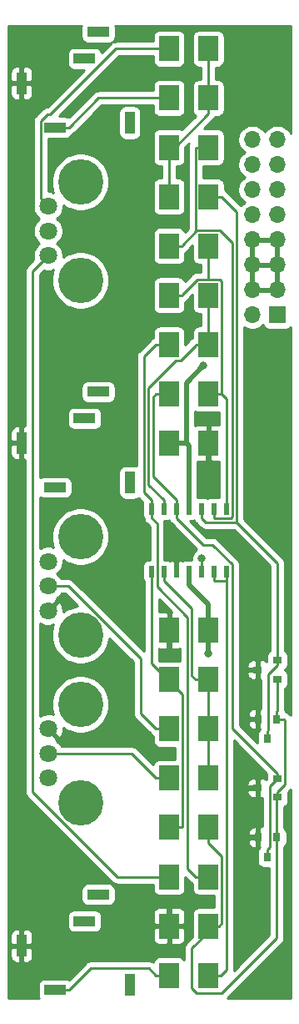
<source format=gbr>
G04 #@! TF.GenerationSoftware,KiCad,Pcbnew,(5.1.5)-3*
G04 #@! TF.CreationDate,2020-08-10T17:15:24-07:00*
G04 #@! TF.ProjectId,Notch_Filter,4e6f7463-685f-4466-996c-7465722e6b69,rev?*
G04 #@! TF.SameCoordinates,Original*
G04 #@! TF.FileFunction,Copper,L1,Top*
G04 #@! TF.FilePolarity,Positive*
%FSLAX46Y46*%
G04 Gerber Fmt 4.6, Leading zero omitted, Abs format (unit mm)*
G04 Created by KiCad (PCBNEW (5.1.5)-3) date 2020-08-10 17:15:24*
%MOMM*%
%LPD*%
G04 APERTURE LIST*
%ADD10C,4.600000*%
%ADD11C,1.800000*%
%ADD12R,2.000000X2.500000*%
%ADD13R,1.000000X2.200000*%
%ADD14R,2.200000X1.000000*%
%ADD15O,1.700000X1.700000*%
%ADD16R,1.700000X1.700000*%
%ADD17R,0.900000X0.800000*%
%ADD18R,0.800000X0.900000*%
%ADD19R,0.508000X1.143000*%
%ADD20C,0.800000*%
%ADD21C,0.250000*%
%ADD22C,0.500000*%
%ADD23C,0.254000*%
G04 APERTURE END LIST*
D10*
X8000000Y-16500000D03*
X8000000Y-26500000D03*
D11*
X4700000Y-19000000D03*
X4700000Y-21500000D03*
X4700000Y-24000000D03*
D12*
X17000000Y-8000000D03*
X21000000Y-8000000D03*
X17000000Y-18000000D03*
X21000000Y-18000000D03*
X21000000Y-92000000D03*
X17000000Y-92000000D03*
X21000000Y-38000000D03*
X17000000Y-38000000D03*
X17000000Y-43000000D03*
X21000000Y-43000000D03*
X21000000Y-62000000D03*
X17000000Y-62000000D03*
X21000000Y-97000000D03*
X17000000Y-97000000D03*
D13*
X2000000Y-6500000D03*
D14*
X5400000Y-11000000D03*
D13*
X13000000Y-10500000D03*
D14*
X8400000Y-4000000D03*
X9800000Y-1300000D03*
D13*
X2000000Y-94000000D03*
D14*
X5400000Y-98500000D03*
D13*
X13000000Y-98000000D03*
D14*
X8400000Y-91500000D03*
X9800000Y-88800000D03*
D15*
X25460000Y-12220000D03*
X28000000Y-12220000D03*
X25460000Y-14760000D03*
X28000000Y-14760000D03*
X25460000Y-17300000D03*
X28000000Y-17300000D03*
X25460000Y-19840000D03*
X28000000Y-19840000D03*
X25460000Y-22380000D03*
X28000000Y-22380000D03*
X25460000Y-24920000D03*
X28000000Y-24920000D03*
X25460000Y-27460000D03*
X28000000Y-27460000D03*
X25460000Y-30000000D03*
D16*
X28000000Y-30000000D03*
D14*
X9800000Y-37800000D03*
X8400000Y-40500000D03*
D13*
X13000000Y-47000000D03*
D14*
X5400000Y-47500000D03*
D13*
X2000000Y-43000000D03*
D17*
X28000000Y-66950000D03*
X28000000Y-65050000D03*
X26000000Y-66000000D03*
D18*
X27000000Y-73000000D03*
X26050000Y-71000000D03*
X27950000Y-71000000D03*
D17*
X26000000Y-78000000D03*
X28000000Y-77050000D03*
X28000000Y-78950000D03*
D18*
X27950000Y-83000000D03*
X26050000Y-83000000D03*
X27000000Y-85000000D03*
D12*
X21000000Y-13000000D03*
X17000000Y-13000000D03*
X21000000Y-23000000D03*
X17000000Y-23000000D03*
X21000000Y-3000000D03*
X17000000Y-3000000D03*
X17000000Y-28000000D03*
X21000000Y-28000000D03*
X21000000Y-82000000D03*
X17000000Y-82000000D03*
X17000000Y-67000000D03*
X21000000Y-67000000D03*
X21000000Y-33000000D03*
X17000000Y-33000000D03*
X21000000Y-87000000D03*
X17000000Y-87000000D03*
X17000000Y-72000000D03*
X21000000Y-72000000D03*
X21000000Y-77000000D03*
X17000000Y-77000000D03*
D19*
X17730000Y-56048000D03*
X22810000Y-56048000D03*
X21540000Y-56048000D03*
X20270000Y-56048000D03*
X19000000Y-56048000D03*
X16460000Y-56048000D03*
X15190000Y-56048000D03*
X15190000Y-49698000D03*
X16460000Y-49698000D03*
X17730000Y-49698000D03*
X19000000Y-49698000D03*
X20270000Y-49698000D03*
X21540000Y-49698000D03*
X22810000Y-49698000D03*
D11*
X4700000Y-60000000D03*
X4700000Y-57500000D03*
X4700000Y-55000000D03*
D10*
X8000000Y-62500000D03*
X8000000Y-52500000D03*
X8000000Y-69500000D03*
X8000000Y-79500000D03*
D11*
X4700000Y-72000000D03*
X4700000Y-74500000D03*
X4700000Y-77000000D03*
D20*
X24638200Y-78490600D03*
X24717800Y-82818100D03*
X17730000Y-54573700D03*
X17000000Y-89837700D03*
X24630200Y-65907400D03*
X17000000Y-64167600D03*
X21000000Y-45197700D03*
X24638000Y-71120000D03*
X28500000Y-1500000D03*
X27000000Y-1500000D03*
X28500000Y-3000000D03*
X1500000Y-1500000D03*
X3000000Y-1500000D03*
X1500000Y-3000000D03*
X1500000Y-98500000D03*
X3000000Y-98500000D03*
X1500000Y-97000000D03*
X28500000Y-98500000D03*
X28500000Y-97000000D03*
X27000000Y-98500000D03*
X28000000Y-53000000D03*
X28000000Y-33000000D03*
X20487700Y-35166900D03*
X20988000Y-64332400D03*
X20334500Y-54664800D03*
D21*
X5400000Y-11000000D02*
X6825300Y-11000000D01*
X6825300Y-11000000D02*
X9825300Y-8000000D01*
X9825300Y-8000000D02*
X17000000Y-8000000D01*
X21000000Y-8000000D02*
X21000000Y-9575300D01*
X21000000Y-9575300D02*
X20974800Y-9575300D01*
X20974800Y-9575300D02*
X17550100Y-13000000D01*
X21000000Y-3000000D02*
X21000000Y-8000000D01*
X17550100Y-13000000D02*
X17000000Y-13550100D01*
X17000000Y-13550100D02*
X17000000Y-18000000D01*
X17000000Y-13000000D02*
X17550100Y-13000000D01*
X23880600Y-51045900D02*
X28000000Y-55165300D01*
X28000000Y-55165300D02*
X28000000Y-65050000D01*
X20270000Y-50594800D02*
X20721100Y-51045900D01*
X20721100Y-51045900D02*
X23880600Y-51045900D01*
X23880600Y-51045900D02*
X23880600Y-19555300D01*
X23880600Y-19555300D02*
X22325300Y-18000000D01*
X21000000Y-18000000D02*
X22325300Y-18000000D01*
X20270000Y-49698000D02*
X20270000Y-50594800D01*
X27075400Y-66440600D02*
X28000000Y-65516000D01*
X27075400Y-72149300D02*
X27075400Y-66440600D01*
X27000000Y-73000000D02*
X27000000Y-72224700D01*
X28000000Y-65516000D02*
X28000000Y-65050000D01*
X27000000Y-72224700D02*
X27075400Y-72149300D01*
X21000000Y-92000000D02*
X21550100Y-92000000D01*
X27950000Y-71000000D02*
X27950000Y-70224700D01*
X27950000Y-70224700D02*
X28000000Y-70174700D01*
X28000000Y-70174700D02*
X28000000Y-66950000D01*
X21000000Y-83575300D02*
X21000000Y-82000000D01*
X22352000Y-91694000D02*
X22352000Y-84927300D01*
X21550100Y-92000000D02*
X22046000Y-92000000D01*
X22352000Y-84927300D02*
X21000000Y-83575300D01*
X22046000Y-92000000D02*
X22352000Y-91694000D01*
X27950000Y-93208000D02*
X27950000Y-83000000D01*
X19304000Y-94246100D02*
X19304000Y-98298000D01*
X21550100Y-92000000D02*
X19304000Y-94246100D01*
X22352000Y-98806000D02*
X27950000Y-93208000D01*
X19812000Y-98806000D02*
X22352000Y-98806000D01*
X19304000Y-98298000D02*
X19812000Y-98806000D01*
X27950000Y-79000000D02*
X28000000Y-78950000D01*
X27950000Y-83000000D02*
X27950000Y-79000000D01*
X28675300Y-71000000D02*
X27950000Y-71000000D01*
X28775400Y-71100100D02*
X28675300Y-71000000D01*
X28775400Y-77630600D02*
X28775400Y-71100100D01*
X28000000Y-78950000D02*
X28000000Y-78406000D01*
X28000000Y-78406000D02*
X28775400Y-77630600D01*
D22*
X24638200Y-78490600D02*
X24799700Y-78329100D01*
X24799700Y-78329100D02*
X24799700Y-78000000D01*
X26000000Y-78000000D02*
X24799700Y-78000000D01*
X24899700Y-83000000D02*
X24717800Y-82818100D01*
X26050000Y-83000000D02*
X24899700Y-83000000D01*
X17730000Y-54573700D02*
X17730000Y-56048000D01*
X17000000Y-89837700D02*
X17000000Y-92000000D01*
X24630200Y-65907400D02*
X24707100Y-65907400D01*
X24707100Y-65907400D02*
X24799700Y-66000000D01*
X26000000Y-66000000D02*
X24799700Y-66000000D01*
X17000000Y-64167600D02*
X17000000Y-62000000D01*
X21000000Y-43000000D02*
X21000000Y-45197700D01*
X26050000Y-71000000D02*
X24758000Y-71000000D01*
X24758000Y-71000000D02*
X24638000Y-71120000D01*
D21*
X17730000Y-49249600D02*
X17730000Y-49698000D01*
X17730000Y-49249600D02*
X17730000Y-48801200D01*
X17000000Y-38000000D02*
X15674700Y-38000000D01*
X15674700Y-38000000D02*
X15359700Y-38315000D01*
X15359700Y-38315000D02*
X15359700Y-46430900D01*
X15359700Y-46430900D02*
X17730000Y-48801200D01*
X27000000Y-84224700D02*
X27000000Y-85000000D01*
X27224600Y-84000100D02*
X27000000Y-84224700D01*
X28000000Y-77050000D02*
X27224600Y-77825400D01*
X27224600Y-77825400D02*
X27224600Y-84000100D01*
X23415400Y-71929400D02*
X28000000Y-76514000D01*
X17730000Y-50594800D02*
X20458900Y-53323700D01*
X28000000Y-76514000D02*
X28000000Y-77050000D01*
X17730000Y-49698000D02*
X17730000Y-50594800D01*
X20458900Y-53323700D02*
X21409100Y-53323700D01*
X21409100Y-53323700D02*
X23415400Y-55330000D01*
X23415400Y-55330000D02*
X23415400Y-71929400D01*
X21000000Y-26394500D02*
X19848000Y-26394500D01*
X19848000Y-26394500D02*
X18325300Y-27917200D01*
X18325300Y-27917200D02*
X18325300Y-28000000D01*
X21000000Y-23000000D02*
X21000000Y-26394500D01*
X21000000Y-26394500D02*
X22159700Y-26394500D01*
X22159700Y-26394500D02*
X22325300Y-26560100D01*
X22325300Y-26560100D02*
X22325300Y-38000000D01*
X21000000Y-38000000D02*
X22325300Y-38000000D01*
X22810000Y-49698000D02*
X22810000Y-38484700D01*
X22810000Y-38484700D02*
X22325300Y-38000000D01*
X17000000Y-28000000D02*
X18325300Y-28000000D01*
D22*
X18750200Y-43000000D02*
X18750400Y-42999800D01*
X18750400Y-42999800D02*
X18750400Y-36904200D01*
X18750400Y-36904200D02*
X20487700Y-35166900D01*
X18750200Y-43000000D02*
X19000000Y-43249800D01*
X19000000Y-43249800D02*
X19000000Y-49698000D01*
X18500200Y-43000000D02*
X18750200Y-43000000D01*
X17000000Y-43000000D02*
X18500200Y-43000000D01*
X21000000Y-62000000D02*
X21000000Y-64000300D01*
X21000000Y-64000300D02*
X20988000Y-64012300D01*
X20988000Y-64012300D02*
X20988000Y-64332400D01*
X19000000Y-57369800D02*
X21000000Y-59369800D01*
X21000000Y-59369800D02*
X21000000Y-62000000D01*
X19000000Y-56048000D02*
X19000000Y-57369800D01*
D21*
X22775600Y-56944800D02*
X22810000Y-56944800D01*
X21540000Y-56944800D02*
X22775600Y-56944800D01*
X22810000Y-56048000D02*
X22810000Y-56944800D01*
X21540000Y-56048000D02*
X21540000Y-56944800D01*
X22250000Y-97000000D02*
X21000000Y-97000000D01*
X22802009Y-96447991D02*
X22250000Y-97000000D01*
X22775600Y-56944800D02*
X22802009Y-56971209D01*
X22802009Y-56971209D02*
X22802009Y-96447991D01*
X14940700Y-96266000D02*
X15674700Y-97000000D01*
X5400000Y-98500000D02*
X6825300Y-98500000D01*
X15674700Y-97000000D02*
X17000000Y-97000000D01*
X9059300Y-96266000D02*
X14940700Y-96266000D01*
X6825300Y-98500000D02*
X9059300Y-96266000D01*
X21000000Y-13000000D02*
X19674700Y-13000000D01*
X19817900Y-21424600D02*
X19674700Y-21281400D01*
X19674700Y-21281400D02*
X19674700Y-13000000D01*
X21540000Y-50594800D02*
X23290100Y-50594800D01*
X23290100Y-50594800D02*
X23426600Y-50458300D01*
X23426600Y-50458300D02*
X23426600Y-22713100D01*
X23426600Y-22713100D02*
X22138100Y-21424600D01*
X22138100Y-21424600D02*
X19817900Y-21424600D01*
X19817900Y-21424600D02*
X18325300Y-22917200D01*
X18325300Y-22917200D02*
X18325300Y-23000000D01*
X17000000Y-23000000D02*
X18325300Y-23000000D01*
X21540000Y-49698000D02*
X21540000Y-50594800D01*
X17000000Y-3000000D02*
X11600300Y-3000000D01*
X11600300Y-3000000D02*
X4916700Y-9683600D01*
X4916700Y-9683600D02*
X4602200Y-9683600D01*
X4602200Y-9683600D02*
X3931600Y-10354200D01*
X3931600Y-10354200D02*
X3931600Y-18231600D01*
X3931600Y-18231600D02*
X4700000Y-19000000D01*
X21000000Y-33000000D02*
X19674700Y-33000000D01*
X16460000Y-49698000D02*
X16460000Y-48801200D01*
X16460000Y-48801200D02*
X14878000Y-47219200D01*
X14878000Y-47219200D02*
X14878000Y-37384800D01*
X14878000Y-37384800D02*
X17671000Y-34591800D01*
X17671000Y-34591800D02*
X18165700Y-34591800D01*
X18165700Y-34591800D02*
X19674700Y-33082800D01*
X19674700Y-33082800D02*
X19674700Y-33000000D01*
X21000000Y-33000000D02*
X21000000Y-28000000D01*
X18325300Y-82000000D02*
X18325300Y-68525200D01*
X18325300Y-68525200D02*
X16800100Y-67000000D01*
X15190000Y-56048000D02*
X15190000Y-65389900D01*
X15190000Y-65389900D02*
X16800100Y-67000000D01*
X17000000Y-82000000D02*
X18325300Y-82000000D01*
X17000000Y-67000000D02*
X16800100Y-67000000D01*
X21000000Y-67000000D02*
X19674700Y-67000000D01*
X16460000Y-56048000D02*
X16460000Y-56944800D01*
X16460000Y-56944800D02*
X19301000Y-59785800D01*
X19301000Y-59785800D02*
X19301000Y-66626300D01*
X19301000Y-66626300D02*
X19674700Y-67000000D01*
X21000000Y-67000000D02*
X21000000Y-72000000D01*
X21000000Y-77000000D02*
X21000000Y-72000000D01*
X15674700Y-33000000D02*
X14427700Y-34247000D01*
X14427700Y-34247000D02*
X14427700Y-48038900D01*
X14427700Y-48038900D02*
X15190000Y-48801200D01*
X17000000Y-33000000D02*
X15674700Y-33000000D01*
X15190000Y-49698000D02*
X15190000Y-48801200D01*
X15190000Y-50146400D02*
X15190000Y-49698000D01*
X15190000Y-50146400D02*
X15190000Y-50594800D01*
X19674700Y-87000000D02*
X18850600Y-86175900D01*
X18850600Y-86175900D02*
X18850600Y-60683000D01*
X18850600Y-60683000D02*
X15769300Y-57601700D01*
X15769300Y-57601700D02*
X15769300Y-51174100D01*
X15769300Y-51174100D02*
X15190000Y-50594800D01*
X21000000Y-87000000D02*
X19674700Y-87000000D01*
X17000000Y-87000000D02*
X11730400Y-87000000D01*
X11730400Y-87000000D02*
X3125400Y-78395000D01*
X3125400Y-78395000D02*
X3125400Y-25574600D01*
X3125400Y-25574600D02*
X4700000Y-24000000D01*
X17000000Y-72000000D02*
X15674700Y-72000000D01*
X4700000Y-57500000D02*
X6723300Y-57500000D01*
X6723300Y-57500000D02*
X14108100Y-64884800D01*
X14108100Y-64884800D02*
X14108100Y-70433400D01*
X14108100Y-70433400D02*
X15674700Y-72000000D01*
X17000000Y-77000000D02*
X15674700Y-77000000D01*
X15674700Y-77000000D02*
X13174700Y-74500000D01*
X13174700Y-74500000D02*
X4700000Y-74500000D01*
X20270000Y-56048000D02*
X20270000Y-55151200D01*
X20270000Y-55151200D02*
X20334500Y-55086700D01*
X20334500Y-55086700D02*
X20334500Y-54664800D01*
D23*
G36*
X29340001Y-99340000D02*
G01*
X22896926Y-99340000D01*
X22915804Y-99316997D01*
X28461004Y-93771798D01*
X28490001Y-93748001D01*
X28584974Y-93632276D01*
X28655546Y-93500247D01*
X28699003Y-93356986D01*
X28710000Y-93245333D01*
X28710000Y-93245332D01*
X28713677Y-93208000D01*
X28710000Y-93170667D01*
X28710000Y-83976018D01*
X28801185Y-83901185D01*
X28880537Y-83804494D01*
X28939502Y-83694180D01*
X28975812Y-83574482D01*
X28988072Y-83450000D01*
X28988072Y-82550000D01*
X28975812Y-82425518D01*
X28939502Y-82305820D01*
X28880537Y-82195506D01*
X28801185Y-82098815D01*
X28710000Y-82023982D01*
X28710000Y-79931046D01*
X28804494Y-79880537D01*
X28901185Y-79801185D01*
X28980537Y-79704494D01*
X29039502Y-79594180D01*
X29075812Y-79474482D01*
X29088072Y-79350000D01*
X29088072Y-78550000D01*
X29075812Y-78425518D01*
X29071034Y-78409768D01*
X29286404Y-78194398D01*
X29315401Y-78170601D01*
X29340001Y-78140626D01*
X29340001Y-99340000D01*
G37*
X29340001Y-99340000D02*
X22896926Y-99340000D01*
X22915804Y-99316997D01*
X28461004Y-93771798D01*
X28490001Y-93748001D01*
X28584974Y-93632276D01*
X28655546Y-93500247D01*
X28699003Y-93356986D01*
X28710000Y-93245333D01*
X28710000Y-93245332D01*
X28713677Y-93208000D01*
X28710000Y-93170667D01*
X28710000Y-83976018D01*
X28801185Y-83901185D01*
X28880537Y-83804494D01*
X28939502Y-83694180D01*
X28975812Y-83574482D01*
X28988072Y-83450000D01*
X28988072Y-82550000D01*
X28975812Y-82425518D01*
X28939502Y-82305820D01*
X28880537Y-82195506D01*
X28801185Y-82098815D01*
X28710000Y-82023982D01*
X28710000Y-79931046D01*
X28804494Y-79880537D01*
X28901185Y-79801185D01*
X28980537Y-79704494D01*
X29039502Y-79594180D01*
X29075812Y-79474482D01*
X29088072Y-79350000D01*
X29088072Y-78550000D01*
X29075812Y-78425518D01*
X29071034Y-78409768D01*
X29286404Y-78194398D01*
X29315401Y-78170601D01*
X29340001Y-78140626D01*
X29340001Y-99340000D01*
G36*
X8074188Y-675518D02*
G01*
X8061928Y-800000D01*
X8061928Y-1800000D01*
X8074188Y-1924482D01*
X8110498Y-2044180D01*
X8169463Y-2154494D01*
X8248815Y-2251185D01*
X8345506Y-2330537D01*
X8455820Y-2389502D01*
X8575518Y-2425812D01*
X8700000Y-2438072D01*
X10900000Y-2438072D01*
X11024482Y-2425812D01*
X11144180Y-2389502D01*
X11149973Y-2386406D01*
X11060299Y-2459999D01*
X11036501Y-2488997D01*
X10127979Y-3397519D01*
X10125812Y-3375518D01*
X10089502Y-3255820D01*
X10030537Y-3145506D01*
X9951185Y-3048815D01*
X9854494Y-2969463D01*
X9744180Y-2910498D01*
X9624482Y-2874188D01*
X9500000Y-2861928D01*
X7300000Y-2861928D01*
X7175518Y-2874188D01*
X7055820Y-2910498D01*
X6945506Y-2969463D01*
X6848815Y-3048815D01*
X6769463Y-3145506D01*
X6710498Y-3255820D01*
X6674188Y-3375518D01*
X6661928Y-3500000D01*
X6661928Y-4500000D01*
X6674188Y-4624482D01*
X6710498Y-4744180D01*
X6769463Y-4854494D01*
X6848815Y-4951185D01*
X6945506Y-5030537D01*
X7055820Y-5089502D01*
X7175518Y-5125812D01*
X7300000Y-5138072D01*
X8387426Y-5138072D01*
X4605273Y-8920226D01*
X4602200Y-8919923D01*
X4564867Y-8923600D01*
X4453214Y-8934597D01*
X4309953Y-8978054D01*
X4177924Y-9048626D01*
X4062199Y-9143599D01*
X4038400Y-9172598D01*
X3420602Y-9790397D01*
X3391599Y-9814199D01*
X3347818Y-9867547D01*
X3296626Y-9929924D01*
X3233077Y-10048815D01*
X3226054Y-10061954D01*
X3182597Y-10205215D01*
X3171600Y-10316868D01*
X3171600Y-10316878D01*
X3167924Y-10354200D01*
X3171600Y-10391522D01*
X3171601Y-18194268D01*
X3167924Y-18231600D01*
X3182598Y-18380585D01*
X3226054Y-18523846D01*
X3231521Y-18534074D01*
X3223989Y-18552257D01*
X3165000Y-18848816D01*
X3165000Y-19151184D01*
X3223989Y-19447743D01*
X3339701Y-19727095D01*
X3507688Y-19978505D01*
X3721495Y-20192312D01*
X3807831Y-20250000D01*
X3721495Y-20307688D01*
X3507688Y-20521495D01*
X3339701Y-20772905D01*
X3223989Y-21052257D01*
X3165000Y-21348816D01*
X3165000Y-21651184D01*
X3223989Y-21947743D01*
X3339701Y-22227095D01*
X3507688Y-22478505D01*
X3721495Y-22692312D01*
X3807831Y-22750000D01*
X3721495Y-22807688D01*
X3507688Y-23021495D01*
X3339701Y-23272905D01*
X3223989Y-23552257D01*
X3165000Y-23848816D01*
X3165000Y-24151184D01*
X3216269Y-24408930D01*
X2614398Y-25010801D01*
X2585400Y-25034599D01*
X2561602Y-25063597D01*
X2561601Y-25063598D01*
X2490426Y-25150324D01*
X2419854Y-25282354D01*
X2376398Y-25425615D01*
X2361724Y-25574600D01*
X2365401Y-25611933D01*
X2365401Y-41263858D01*
X2285750Y-41265000D01*
X2127000Y-41423750D01*
X2127000Y-42873000D01*
X2147000Y-42873000D01*
X2147000Y-43127000D01*
X2127000Y-43127000D01*
X2127000Y-44576250D01*
X2285750Y-44735000D01*
X2365401Y-44736142D01*
X2365400Y-78357678D01*
X2361724Y-78395000D01*
X2365400Y-78432322D01*
X2365400Y-78432332D01*
X2376397Y-78543985D01*
X2410908Y-78657754D01*
X2419854Y-78687246D01*
X2490426Y-78819276D01*
X2530271Y-78867826D01*
X2585399Y-78935001D01*
X2614403Y-78958804D01*
X11166601Y-87511003D01*
X11190399Y-87540001D01*
X11306124Y-87634974D01*
X11438153Y-87705546D01*
X11581414Y-87749003D01*
X11693067Y-87760000D01*
X11693075Y-87760000D01*
X11730400Y-87763676D01*
X11767725Y-87760000D01*
X15361928Y-87760000D01*
X15361928Y-88250000D01*
X15374188Y-88374482D01*
X15410498Y-88494180D01*
X15469463Y-88604494D01*
X15548815Y-88701185D01*
X15645506Y-88780537D01*
X15755820Y-88839502D01*
X15875518Y-88875812D01*
X16000000Y-88888072D01*
X18000000Y-88888072D01*
X18124482Y-88875812D01*
X18244180Y-88839502D01*
X18354494Y-88780537D01*
X18451185Y-88701185D01*
X18530537Y-88604494D01*
X18589502Y-88494180D01*
X18625812Y-88374482D01*
X18638072Y-88250000D01*
X18638072Y-87038174D01*
X19110905Y-87511008D01*
X19134699Y-87540001D01*
X19163692Y-87563795D01*
X19163696Y-87563799D01*
X19234385Y-87621811D01*
X19250424Y-87634974D01*
X19361928Y-87694575D01*
X19361928Y-88250000D01*
X19374188Y-88374482D01*
X19410498Y-88494180D01*
X19469463Y-88604494D01*
X19548815Y-88701185D01*
X19645506Y-88780537D01*
X19755820Y-88839502D01*
X19875518Y-88875812D01*
X20000000Y-88888072D01*
X21592000Y-88888072D01*
X21592000Y-90111928D01*
X20000000Y-90111928D01*
X19875518Y-90124188D01*
X19755820Y-90160498D01*
X19645506Y-90219463D01*
X19548815Y-90298815D01*
X19469463Y-90395506D01*
X19410498Y-90505820D01*
X19374188Y-90625518D01*
X19361928Y-90750000D01*
X19361928Y-93113371D01*
X18793003Y-93682296D01*
X18763999Y-93706099D01*
X18708871Y-93773274D01*
X18669026Y-93821824D01*
X18619999Y-93913546D01*
X18598454Y-93953854D01*
X18554997Y-94097115D01*
X18544000Y-94208768D01*
X18544000Y-94208778D01*
X18540324Y-94246100D01*
X18544000Y-94283423D01*
X18544000Y-95420694D01*
X18530537Y-95395506D01*
X18451185Y-95298815D01*
X18354494Y-95219463D01*
X18244180Y-95160498D01*
X18124482Y-95124188D01*
X18000000Y-95111928D01*
X16000000Y-95111928D01*
X15875518Y-95124188D01*
X15755820Y-95160498D01*
X15645506Y-95219463D01*
X15548815Y-95298815D01*
X15469463Y-95395506D01*
X15410498Y-95505820D01*
X15374188Y-95625518D01*
X15372997Y-95637609D01*
X15364976Y-95631026D01*
X15232947Y-95560454D01*
X15089686Y-95516997D01*
X14978033Y-95506000D01*
X14978022Y-95506000D01*
X14940700Y-95502324D01*
X14903378Y-95506000D01*
X9096622Y-95506000D01*
X9059299Y-95502324D01*
X9021976Y-95506000D01*
X9021967Y-95506000D01*
X8910314Y-95516997D01*
X8767053Y-95560454D01*
X8635023Y-95631026D01*
X8570092Y-95684314D01*
X8519299Y-95725999D01*
X8495501Y-95754997D01*
X6806623Y-97443875D01*
X6744180Y-97410498D01*
X6624482Y-97374188D01*
X6500000Y-97361928D01*
X4300000Y-97361928D01*
X4175518Y-97374188D01*
X4055820Y-97410498D01*
X3945506Y-97469463D01*
X3848815Y-97548815D01*
X3769463Y-97645506D01*
X3710498Y-97755820D01*
X3674188Y-97875518D01*
X3661928Y-98000000D01*
X3661928Y-99000000D01*
X3674188Y-99124482D01*
X3710498Y-99244180D01*
X3761716Y-99340000D01*
X660000Y-99340000D01*
X660000Y-95100000D01*
X861928Y-95100000D01*
X874188Y-95224482D01*
X910498Y-95344180D01*
X969463Y-95454494D01*
X1048815Y-95551185D01*
X1145506Y-95630537D01*
X1255820Y-95689502D01*
X1375518Y-95725812D01*
X1500000Y-95738072D01*
X1714250Y-95735000D01*
X1873000Y-95576250D01*
X1873000Y-94127000D01*
X2127000Y-94127000D01*
X2127000Y-95576250D01*
X2285750Y-95735000D01*
X2500000Y-95738072D01*
X2624482Y-95725812D01*
X2744180Y-95689502D01*
X2854494Y-95630537D01*
X2951185Y-95551185D01*
X3030537Y-95454494D01*
X3089502Y-95344180D01*
X3125812Y-95224482D01*
X3138072Y-95100000D01*
X3135000Y-94285750D01*
X2976250Y-94127000D01*
X2127000Y-94127000D01*
X1873000Y-94127000D01*
X1023750Y-94127000D01*
X865000Y-94285750D01*
X861928Y-95100000D01*
X660000Y-95100000D01*
X660000Y-92900000D01*
X861928Y-92900000D01*
X865000Y-93714250D01*
X1023750Y-93873000D01*
X1873000Y-93873000D01*
X1873000Y-92423750D01*
X2127000Y-92423750D01*
X2127000Y-93873000D01*
X2976250Y-93873000D01*
X3135000Y-93714250D01*
X3136751Y-93250000D01*
X15361928Y-93250000D01*
X15374188Y-93374482D01*
X15410498Y-93494180D01*
X15469463Y-93604494D01*
X15548815Y-93701185D01*
X15645506Y-93780537D01*
X15755820Y-93839502D01*
X15875518Y-93875812D01*
X16000000Y-93888072D01*
X16714250Y-93885000D01*
X16873000Y-93726250D01*
X16873000Y-92127000D01*
X17127000Y-92127000D01*
X17127000Y-93726250D01*
X17285750Y-93885000D01*
X18000000Y-93888072D01*
X18124482Y-93875812D01*
X18244180Y-93839502D01*
X18354494Y-93780537D01*
X18451185Y-93701185D01*
X18530537Y-93604494D01*
X18589502Y-93494180D01*
X18625812Y-93374482D01*
X18638072Y-93250000D01*
X18635000Y-92285750D01*
X18476250Y-92127000D01*
X17127000Y-92127000D01*
X16873000Y-92127000D01*
X15523750Y-92127000D01*
X15365000Y-92285750D01*
X15361928Y-93250000D01*
X3136751Y-93250000D01*
X3138072Y-92900000D01*
X3125812Y-92775518D01*
X3089502Y-92655820D01*
X3030537Y-92545506D01*
X2951185Y-92448815D01*
X2854494Y-92369463D01*
X2744180Y-92310498D01*
X2624482Y-92274188D01*
X2500000Y-92261928D01*
X2285750Y-92265000D01*
X2127000Y-92423750D01*
X1873000Y-92423750D01*
X1714250Y-92265000D01*
X1500000Y-92261928D01*
X1375518Y-92274188D01*
X1255820Y-92310498D01*
X1145506Y-92369463D01*
X1048815Y-92448815D01*
X969463Y-92545506D01*
X910498Y-92655820D01*
X874188Y-92775518D01*
X861928Y-92900000D01*
X660000Y-92900000D01*
X660000Y-91000000D01*
X6661928Y-91000000D01*
X6661928Y-92000000D01*
X6674188Y-92124482D01*
X6710498Y-92244180D01*
X6769463Y-92354494D01*
X6848815Y-92451185D01*
X6945506Y-92530537D01*
X7055820Y-92589502D01*
X7175518Y-92625812D01*
X7300000Y-92638072D01*
X9500000Y-92638072D01*
X9624482Y-92625812D01*
X9744180Y-92589502D01*
X9854494Y-92530537D01*
X9951185Y-92451185D01*
X10030537Y-92354494D01*
X10089502Y-92244180D01*
X10125812Y-92124482D01*
X10138072Y-92000000D01*
X10138072Y-91000000D01*
X10125812Y-90875518D01*
X10089502Y-90755820D01*
X10086392Y-90750000D01*
X15361928Y-90750000D01*
X15365000Y-91714250D01*
X15523750Y-91873000D01*
X16873000Y-91873000D01*
X16873000Y-90273750D01*
X17127000Y-90273750D01*
X17127000Y-91873000D01*
X18476250Y-91873000D01*
X18635000Y-91714250D01*
X18638072Y-90750000D01*
X18625812Y-90625518D01*
X18589502Y-90505820D01*
X18530537Y-90395506D01*
X18451185Y-90298815D01*
X18354494Y-90219463D01*
X18244180Y-90160498D01*
X18124482Y-90124188D01*
X18000000Y-90111928D01*
X17285750Y-90115000D01*
X17127000Y-90273750D01*
X16873000Y-90273750D01*
X16714250Y-90115000D01*
X16000000Y-90111928D01*
X15875518Y-90124188D01*
X15755820Y-90160498D01*
X15645506Y-90219463D01*
X15548815Y-90298815D01*
X15469463Y-90395506D01*
X15410498Y-90505820D01*
X15374188Y-90625518D01*
X15361928Y-90750000D01*
X10086392Y-90750000D01*
X10030537Y-90645506D01*
X9951185Y-90548815D01*
X9854494Y-90469463D01*
X9744180Y-90410498D01*
X9624482Y-90374188D01*
X9500000Y-90361928D01*
X7300000Y-90361928D01*
X7175518Y-90374188D01*
X7055820Y-90410498D01*
X6945506Y-90469463D01*
X6848815Y-90548815D01*
X6769463Y-90645506D01*
X6710498Y-90755820D01*
X6674188Y-90875518D01*
X6661928Y-91000000D01*
X660000Y-91000000D01*
X660000Y-88300000D01*
X8061928Y-88300000D01*
X8061928Y-89300000D01*
X8074188Y-89424482D01*
X8110498Y-89544180D01*
X8169463Y-89654494D01*
X8248815Y-89751185D01*
X8345506Y-89830537D01*
X8455820Y-89889502D01*
X8575518Y-89925812D01*
X8700000Y-89938072D01*
X10900000Y-89938072D01*
X11024482Y-89925812D01*
X11144180Y-89889502D01*
X11254494Y-89830537D01*
X11351185Y-89751185D01*
X11430537Y-89654494D01*
X11489502Y-89544180D01*
X11525812Y-89424482D01*
X11538072Y-89300000D01*
X11538072Y-88300000D01*
X11525812Y-88175518D01*
X11489502Y-88055820D01*
X11430537Y-87945506D01*
X11351185Y-87848815D01*
X11254494Y-87769463D01*
X11144180Y-87710498D01*
X11024482Y-87674188D01*
X10900000Y-87661928D01*
X8700000Y-87661928D01*
X8575518Y-87674188D01*
X8455820Y-87710498D01*
X8345506Y-87769463D01*
X8248815Y-87848815D01*
X8169463Y-87945506D01*
X8110498Y-88055820D01*
X8074188Y-88175518D01*
X8061928Y-88300000D01*
X660000Y-88300000D01*
X660000Y-44100000D01*
X861928Y-44100000D01*
X874188Y-44224482D01*
X910498Y-44344180D01*
X969463Y-44454494D01*
X1048815Y-44551185D01*
X1145506Y-44630537D01*
X1255820Y-44689502D01*
X1375518Y-44725812D01*
X1500000Y-44738072D01*
X1714250Y-44735000D01*
X1873000Y-44576250D01*
X1873000Y-43127000D01*
X1023750Y-43127000D01*
X865000Y-43285750D01*
X861928Y-44100000D01*
X660000Y-44100000D01*
X660000Y-41900000D01*
X861928Y-41900000D01*
X865000Y-42714250D01*
X1023750Y-42873000D01*
X1873000Y-42873000D01*
X1873000Y-41423750D01*
X1714250Y-41265000D01*
X1500000Y-41261928D01*
X1375518Y-41274188D01*
X1255820Y-41310498D01*
X1145506Y-41369463D01*
X1048815Y-41448815D01*
X969463Y-41545506D01*
X910498Y-41655820D01*
X874188Y-41775518D01*
X861928Y-41900000D01*
X660000Y-41900000D01*
X660000Y-7600000D01*
X861928Y-7600000D01*
X874188Y-7724482D01*
X910498Y-7844180D01*
X969463Y-7954494D01*
X1048815Y-8051185D01*
X1145506Y-8130537D01*
X1255820Y-8189502D01*
X1375518Y-8225812D01*
X1500000Y-8238072D01*
X1714250Y-8235000D01*
X1873000Y-8076250D01*
X1873000Y-6627000D01*
X2127000Y-6627000D01*
X2127000Y-8076250D01*
X2285750Y-8235000D01*
X2500000Y-8238072D01*
X2624482Y-8225812D01*
X2744180Y-8189502D01*
X2854494Y-8130537D01*
X2951185Y-8051185D01*
X3030537Y-7954494D01*
X3089502Y-7844180D01*
X3125812Y-7724482D01*
X3138072Y-7600000D01*
X3135000Y-6785750D01*
X2976250Y-6627000D01*
X2127000Y-6627000D01*
X1873000Y-6627000D01*
X1023750Y-6627000D01*
X865000Y-6785750D01*
X861928Y-7600000D01*
X660000Y-7600000D01*
X660000Y-5400000D01*
X861928Y-5400000D01*
X865000Y-6214250D01*
X1023750Y-6373000D01*
X1873000Y-6373000D01*
X1873000Y-4923750D01*
X2127000Y-4923750D01*
X2127000Y-6373000D01*
X2976250Y-6373000D01*
X3135000Y-6214250D01*
X3138072Y-5400000D01*
X3125812Y-5275518D01*
X3089502Y-5155820D01*
X3030537Y-5045506D01*
X2951185Y-4948815D01*
X2854494Y-4869463D01*
X2744180Y-4810498D01*
X2624482Y-4774188D01*
X2500000Y-4761928D01*
X2285750Y-4765000D01*
X2127000Y-4923750D01*
X1873000Y-4923750D01*
X1714250Y-4765000D01*
X1500000Y-4761928D01*
X1375518Y-4774188D01*
X1255820Y-4810498D01*
X1145506Y-4869463D01*
X1048815Y-4948815D01*
X969463Y-5045506D01*
X910498Y-5155820D01*
X874188Y-5275518D01*
X861928Y-5400000D01*
X660000Y-5400000D01*
X660000Y-660000D01*
X8078895Y-660000D01*
X8074188Y-675518D01*
G37*
X8074188Y-675518D02*
X8061928Y-800000D01*
X8061928Y-1800000D01*
X8074188Y-1924482D01*
X8110498Y-2044180D01*
X8169463Y-2154494D01*
X8248815Y-2251185D01*
X8345506Y-2330537D01*
X8455820Y-2389502D01*
X8575518Y-2425812D01*
X8700000Y-2438072D01*
X10900000Y-2438072D01*
X11024482Y-2425812D01*
X11144180Y-2389502D01*
X11149973Y-2386406D01*
X11060299Y-2459999D01*
X11036501Y-2488997D01*
X10127979Y-3397519D01*
X10125812Y-3375518D01*
X10089502Y-3255820D01*
X10030537Y-3145506D01*
X9951185Y-3048815D01*
X9854494Y-2969463D01*
X9744180Y-2910498D01*
X9624482Y-2874188D01*
X9500000Y-2861928D01*
X7300000Y-2861928D01*
X7175518Y-2874188D01*
X7055820Y-2910498D01*
X6945506Y-2969463D01*
X6848815Y-3048815D01*
X6769463Y-3145506D01*
X6710498Y-3255820D01*
X6674188Y-3375518D01*
X6661928Y-3500000D01*
X6661928Y-4500000D01*
X6674188Y-4624482D01*
X6710498Y-4744180D01*
X6769463Y-4854494D01*
X6848815Y-4951185D01*
X6945506Y-5030537D01*
X7055820Y-5089502D01*
X7175518Y-5125812D01*
X7300000Y-5138072D01*
X8387426Y-5138072D01*
X4605273Y-8920226D01*
X4602200Y-8919923D01*
X4564867Y-8923600D01*
X4453214Y-8934597D01*
X4309953Y-8978054D01*
X4177924Y-9048626D01*
X4062199Y-9143599D01*
X4038400Y-9172598D01*
X3420602Y-9790397D01*
X3391599Y-9814199D01*
X3347818Y-9867547D01*
X3296626Y-9929924D01*
X3233077Y-10048815D01*
X3226054Y-10061954D01*
X3182597Y-10205215D01*
X3171600Y-10316868D01*
X3171600Y-10316878D01*
X3167924Y-10354200D01*
X3171600Y-10391522D01*
X3171601Y-18194268D01*
X3167924Y-18231600D01*
X3182598Y-18380585D01*
X3226054Y-18523846D01*
X3231521Y-18534074D01*
X3223989Y-18552257D01*
X3165000Y-18848816D01*
X3165000Y-19151184D01*
X3223989Y-19447743D01*
X3339701Y-19727095D01*
X3507688Y-19978505D01*
X3721495Y-20192312D01*
X3807831Y-20250000D01*
X3721495Y-20307688D01*
X3507688Y-20521495D01*
X3339701Y-20772905D01*
X3223989Y-21052257D01*
X3165000Y-21348816D01*
X3165000Y-21651184D01*
X3223989Y-21947743D01*
X3339701Y-22227095D01*
X3507688Y-22478505D01*
X3721495Y-22692312D01*
X3807831Y-22750000D01*
X3721495Y-22807688D01*
X3507688Y-23021495D01*
X3339701Y-23272905D01*
X3223989Y-23552257D01*
X3165000Y-23848816D01*
X3165000Y-24151184D01*
X3216269Y-24408930D01*
X2614398Y-25010801D01*
X2585400Y-25034599D01*
X2561602Y-25063597D01*
X2561601Y-25063598D01*
X2490426Y-25150324D01*
X2419854Y-25282354D01*
X2376398Y-25425615D01*
X2361724Y-25574600D01*
X2365401Y-25611933D01*
X2365401Y-41263858D01*
X2285750Y-41265000D01*
X2127000Y-41423750D01*
X2127000Y-42873000D01*
X2147000Y-42873000D01*
X2147000Y-43127000D01*
X2127000Y-43127000D01*
X2127000Y-44576250D01*
X2285750Y-44735000D01*
X2365401Y-44736142D01*
X2365400Y-78357678D01*
X2361724Y-78395000D01*
X2365400Y-78432322D01*
X2365400Y-78432332D01*
X2376397Y-78543985D01*
X2410908Y-78657754D01*
X2419854Y-78687246D01*
X2490426Y-78819276D01*
X2530271Y-78867826D01*
X2585399Y-78935001D01*
X2614403Y-78958804D01*
X11166601Y-87511003D01*
X11190399Y-87540001D01*
X11306124Y-87634974D01*
X11438153Y-87705546D01*
X11581414Y-87749003D01*
X11693067Y-87760000D01*
X11693075Y-87760000D01*
X11730400Y-87763676D01*
X11767725Y-87760000D01*
X15361928Y-87760000D01*
X15361928Y-88250000D01*
X15374188Y-88374482D01*
X15410498Y-88494180D01*
X15469463Y-88604494D01*
X15548815Y-88701185D01*
X15645506Y-88780537D01*
X15755820Y-88839502D01*
X15875518Y-88875812D01*
X16000000Y-88888072D01*
X18000000Y-88888072D01*
X18124482Y-88875812D01*
X18244180Y-88839502D01*
X18354494Y-88780537D01*
X18451185Y-88701185D01*
X18530537Y-88604494D01*
X18589502Y-88494180D01*
X18625812Y-88374482D01*
X18638072Y-88250000D01*
X18638072Y-87038174D01*
X19110905Y-87511008D01*
X19134699Y-87540001D01*
X19163692Y-87563795D01*
X19163696Y-87563799D01*
X19234385Y-87621811D01*
X19250424Y-87634974D01*
X19361928Y-87694575D01*
X19361928Y-88250000D01*
X19374188Y-88374482D01*
X19410498Y-88494180D01*
X19469463Y-88604494D01*
X19548815Y-88701185D01*
X19645506Y-88780537D01*
X19755820Y-88839502D01*
X19875518Y-88875812D01*
X20000000Y-88888072D01*
X21592000Y-88888072D01*
X21592000Y-90111928D01*
X20000000Y-90111928D01*
X19875518Y-90124188D01*
X19755820Y-90160498D01*
X19645506Y-90219463D01*
X19548815Y-90298815D01*
X19469463Y-90395506D01*
X19410498Y-90505820D01*
X19374188Y-90625518D01*
X19361928Y-90750000D01*
X19361928Y-93113371D01*
X18793003Y-93682296D01*
X18763999Y-93706099D01*
X18708871Y-93773274D01*
X18669026Y-93821824D01*
X18619999Y-93913546D01*
X18598454Y-93953854D01*
X18554997Y-94097115D01*
X18544000Y-94208768D01*
X18544000Y-94208778D01*
X18540324Y-94246100D01*
X18544000Y-94283423D01*
X18544000Y-95420694D01*
X18530537Y-95395506D01*
X18451185Y-95298815D01*
X18354494Y-95219463D01*
X18244180Y-95160498D01*
X18124482Y-95124188D01*
X18000000Y-95111928D01*
X16000000Y-95111928D01*
X15875518Y-95124188D01*
X15755820Y-95160498D01*
X15645506Y-95219463D01*
X15548815Y-95298815D01*
X15469463Y-95395506D01*
X15410498Y-95505820D01*
X15374188Y-95625518D01*
X15372997Y-95637609D01*
X15364976Y-95631026D01*
X15232947Y-95560454D01*
X15089686Y-95516997D01*
X14978033Y-95506000D01*
X14978022Y-95506000D01*
X14940700Y-95502324D01*
X14903378Y-95506000D01*
X9096622Y-95506000D01*
X9059299Y-95502324D01*
X9021976Y-95506000D01*
X9021967Y-95506000D01*
X8910314Y-95516997D01*
X8767053Y-95560454D01*
X8635023Y-95631026D01*
X8570092Y-95684314D01*
X8519299Y-95725999D01*
X8495501Y-95754997D01*
X6806623Y-97443875D01*
X6744180Y-97410498D01*
X6624482Y-97374188D01*
X6500000Y-97361928D01*
X4300000Y-97361928D01*
X4175518Y-97374188D01*
X4055820Y-97410498D01*
X3945506Y-97469463D01*
X3848815Y-97548815D01*
X3769463Y-97645506D01*
X3710498Y-97755820D01*
X3674188Y-97875518D01*
X3661928Y-98000000D01*
X3661928Y-99000000D01*
X3674188Y-99124482D01*
X3710498Y-99244180D01*
X3761716Y-99340000D01*
X660000Y-99340000D01*
X660000Y-95100000D01*
X861928Y-95100000D01*
X874188Y-95224482D01*
X910498Y-95344180D01*
X969463Y-95454494D01*
X1048815Y-95551185D01*
X1145506Y-95630537D01*
X1255820Y-95689502D01*
X1375518Y-95725812D01*
X1500000Y-95738072D01*
X1714250Y-95735000D01*
X1873000Y-95576250D01*
X1873000Y-94127000D01*
X2127000Y-94127000D01*
X2127000Y-95576250D01*
X2285750Y-95735000D01*
X2500000Y-95738072D01*
X2624482Y-95725812D01*
X2744180Y-95689502D01*
X2854494Y-95630537D01*
X2951185Y-95551185D01*
X3030537Y-95454494D01*
X3089502Y-95344180D01*
X3125812Y-95224482D01*
X3138072Y-95100000D01*
X3135000Y-94285750D01*
X2976250Y-94127000D01*
X2127000Y-94127000D01*
X1873000Y-94127000D01*
X1023750Y-94127000D01*
X865000Y-94285750D01*
X861928Y-95100000D01*
X660000Y-95100000D01*
X660000Y-92900000D01*
X861928Y-92900000D01*
X865000Y-93714250D01*
X1023750Y-93873000D01*
X1873000Y-93873000D01*
X1873000Y-92423750D01*
X2127000Y-92423750D01*
X2127000Y-93873000D01*
X2976250Y-93873000D01*
X3135000Y-93714250D01*
X3136751Y-93250000D01*
X15361928Y-93250000D01*
X15374188Y-93374482D01*
X15410498Y-93494180D01*
X15469463Y-93604494D01*
X15548815Y-93701185D01*
X15645506Y-93780537D01*
X15755820Y-93839502D01*
X15875518Y-93875812D01*
X16000000Y-93888072D01*
X16714250Y-93885000D01*
X16873000Y-93726250D01*
X16873000Y-92127000D01*
X17127000Y-92127000D01*
X17127000Y-93726250D01*
X17285750Y-93885000D01*
X18000000Y-93888072D01*
X18124482Y-93875812D01*
X18244180Y-93839502D01*
X18354494Y-93780537D01*
X18451185Y-93701185D01*
X18530537Y-93604494D01*
X18589502Y-93494180D01*
X18625812Y-93374482D01*
X18638072Y-93250000D01*
X18635000Y-92285750D01*
X18476250Y-92127000D01*
X17127000Y-92127000D01*
X16873000Y-92127000D01*
X15523750Y-92127000D01*
X15365000Y-92285750D01*
X15361928Y-93250000D01*
X3136751Y-93250000D01*
X3138072Y-92900000D01*
X3125812Y-92775518D01*
X3089502Y-92655820D01*
X3030537Y-92545506D01*
X2951185Y-92448815D01*
X2854494Y-92369463D01*
X2744180Y-92310498D01*
X2624482Y-92274188D01*
X2500000Y-92261928D01*
X2285750Y-92265000D01*
X2127000Y-92423750D01*
X1873000Y-92423750D01*
X1714250Y-92265000D01*
X1500000Y-92261928D01*
X1375518Y-92274188D01*
X1255820Y-92310498D01*
X1145506Y-92369463D01*
X1048815Y-92448815D01*
X969463Y-92545506D01*
X910498Y-92655820D01*
X874188Y-92775518D01*
X861928Y-92900000D01*
X660000Y-92900000D01*
X660000Y-91000000D01*
X6661928Y-91000000D01*
X6661928Y-92000000D01*
X6674188Y-92124482D01*
X6710498Y-92244180D01*
X6769463Y-92354494D01*
X6848815Y-92451185D01*
X6945506Y-92530537D01*
X7055820Y-92589502D01*
X7175518Y-92625812D01*
X7300000Y-92638072D01*
X9500000Y-92638072D01*
X9624482Y-92625812D01*
X9744180Y-92589502D01*
X9854494Y-92530537D01*
X9951185Y-92451185D01*
X10030537Y-92354494D01*
X10089502Y-92244180D01*
X10125812Y-92124482D01*
X10138072Y-92000000D01*
X10138072Y-91000000D01*
X10125812Y-90875518D01*
X10089502Y-90755820D01*
X10086392Y-90750000D01*
X15361928Y-90750000D01*
X15365000Y-91714250D01*
X15523750Y-91873000D01*
X16873000Y-91873000D01*
X16873000Y-90273750D01*
X17127000Y-90273750D01*
X17127000Y-91873000D01*
X18476250Y-91873000D01*
X18635000Y-91714250D01*
X18638072Y-90750000D01*
X18625812Y-90625518D01*
X18589502Y-90505820D01*
X18530537Y-90395506D01*
X18451185Y-90298815D01*
X18354494Y-90219463D01*
X18244180Y-90160498D01*
X18124482Y-90124188D01*
X18000000Y-90111928D01*
X17285750Y-90115000D01*
X17127000Y-90273750D01*
X16873000Y-90273750D01*
X16714250Y-90115000D01*
X16000000Y-90111928D01*
X15875518Y-90124188D01*
X15755820Y-90160498D01*
X15645506Y-90219463D01*
X15548815Y-90298815D01*
X15469463Y-90395506D01*
X15410498Y-90505820D01*
X15374188Y-90625518D01*
X15361928Y-90750000D01*
X10086392Y-90750000D01*
X10030537Y-90645506D01*
X9951185Y-90548815D01*
X9854494Y-90469463D01*
X9744180Y-90410498D01*
X9624482Y-90374188D01*
X9500000Y-90361928D01*
X7300000Y-90361928D01*
X7175518Y-90374188D01*
X7055820Y-90410498D01*
X6945506Y-90469463D01*
X6848815Y-90548815D01*
X6769463Y-90645506D01*
X6710498Y-90755820D01*
X6674188Y-90875518D01*
X6661928Y-91000000D01*
X660000Y-91000000D01*
X660000Y-88300000D01*
X8061928Y-88300000D01*
X8061928Y-89300000D01*
X8074188Y-89424482D01*
X8110498Y-89544180D01*
X8169463Y-89654494D01*
X8248815Y-89751185D01*
X8345506Y-89830537D01*
X8455820Y-89889502D01*
X8575518Y-89925812D01*
X8700000Y-89938072D01*
X10900000Y-89938072D01*
X11024482Y-89925812D01*
X11144180Y-89889502D01*
X11254494Y-89830537D01*
X11351185Y-89751185D01*
X11430537Y-89654494D01*
X11489502Y-89544180D01*
X11525812Y-89424482D01*
X11538072Y-89300000D01*
X11538072Y-88300000D01*
X11525812Y-88175518D01*
X11489502Y-88055820D01*
X11430537Y-87945506D01*
X11351185Y-87848815D01*
X11254494Y-87769463D01*
X11144180Y-87710498D01*
X11024482Y-87674188D01*
X10900000Y-87661928D01*
X8700000Y-87661928D01*
X8575518Y-87674188D01*
X8455820Y-87710498D01*
X8345506Y-87769463D01*
X8248815Y-87848815D01*
X8169463Y-87945506D01*
X8110498Y-88055820D01*
X8074188Y-88175518D01*
X8061928Y-88300000D01*
X660000Y-88300000D01*
X660000Y-44100000D01*
X861928Y-44100000D01*
X874188Y-44224482D01*
X910498Y-44344180D01*
X969463Y-44454494D01*
X1048815Y-44551185D01*
X1145506Y-44630537D01*
X1255820Y-44689502D01*
X1375518Y-44725812D01*
X1500000Y-44738072D01*
X1714250Y-44735000D01*
X1873000Y-44576250D01*
X1873000Y-43127000D01*
X1023750Y-43127000D01*
X865000Y-43285750D01*
X861928Y-44100000D01*
X660000Y-44100000D01*
X660000Y-41900000D01*
X861928Y-41900000D01*
X865000Y-42714250D01*
X1023750Y-42873000D01*
X1873000Y-42873000D01*
X1873000Y-41423750D01*
X1714250Y-41265000D01*
X1500000Y-41261928D01*
X1375518Y-41274188D01*
X1255820Y-41310498D01*
X1145506Y-41369463D01*
X1048815Y-41448815D01*
X969463Y-41545506D01*
X910498Y-41655820D01*
X874188Y-41775518D01*
X861928Y-41900000D01*
X660000Y-41900000D01*
X660000Y-7600000D01*
X861928Y-7600000D01*
X874188Y-7724482D01*
X910498Y-7844180D01*
X969463Y-7954494D01*
X1048815Y-8051185D01*
X1145506Y-8130537D01*
X1255820Y-8189502D01*
X1375518Y-8225812D01*
X1500000Y-8238072D01*
X1714250Y-8235000D01*
X1873000Y-8076250D01*
X1873000Y-6627000D01*
X2127000Y-6627000D01*
X2127000Y-8076250D01*
X2285750Y-8235000D01*
X2500000Y-8238072D01*
X2624482Y-8225812D01*
X2744180Y-8189502D01*
X2854494Y-8130537D01*
X2951185Y-8051185D01*
X3030537Y-7954494D01*
X3089502Y-7844180D01*
X3125812Y-7724482D01*
X3138072Y-7600000D01*
X3135000Y-6785750D01*
X2976250Y-6627000D01*
X2127000Y-6627000D01*
X1873000Y-6627000D01*
X1023750Y-6627000D01*
X865000Y-6785750D01*
X861928Y-7600000D01*
X660000Y-7600000D01*
X660000Y-5400000D01*
X861928Y-5400000D01*
X865000Y-6214250D01*
X1023750Y-6373000D01*
X1873000Y-6373000D01*
X1873000Y-4923750D01*
X2127000Y-4923750D01*
X2127000Y-6373000D01*
X2976250Y-6373000D01*
X3135000Y-6214250D01*
X3138072Y-5400000D01*
X3125812Y-5275518D01*
X3089502Y-5155820D01*
X3030537Y-5045506D01*
X2951185Y-4948815D01*
X2854494Y-4869463D01*
X2744180Y-4810498D01*
X2624482Y-4774188D01*
X2500000Y-4761928D01*
X2285750Y-4765000D01*
X2127000Y-4923750D01*
X1873000Y-4923750D01*
X1714250Y-4765000D01*
X1500000Y-4761928D01*
X1375518Y-4774188D01*
X1255820Y-4810498D01*
X1145506Y-4869463D01*
X1048815Y-4948815D01*
X969463Y-5045506D01*
X910498Y-5155820D01*
X874188Y-5275518D01*
X861928Y-5400000D01*
X660000Y-5400000D01*
X660000Y-660000D01*
X8078895Y-660000D01*
X8074188Y-675518D01*
G36*
X26927104Y-76515906D02*
G01*
X26924188Y-76525518D01*
X26911928Y-76650000D01*
X26911928Y-77063271D01*
X26860101Y-77115098D01*
X26804494Y-77069463D01*
X26694180Y-77010498D01*
X26574482Y-76974188D01*
X26450000Y-76961928D01*
X26285750Y-76965000D01*
X26127000Y-77123750D01*
X26127000Y-77873000D01*
X26147000Y-77873000D01*
X26147000Y-78127000D01*
X26127000Y-78127000D01*
X26127000Y-78876250D01*
X26285750Y-79035000D01*
X26450000Y-79038072D01*
X26464600Y-79036634D01*
X26464601Y-81913366D01*
X26450000Y-81911928D01*
X26335750Y-81915000D01*
X26177000Y-82073750D01*
X26177000Y-82873000D01*
X26197000Y-82873000D01*
X26197000Y-83127000D01*
X26177000Y-83127000D01*
X26177000Y-83926250D01*
X26261607Y-84010857D01*
X26245506Y-84019463D01*
X26148815Y-84098815D01*
X26069463Y-84195506D01*
X26010498Y-84305820D01*
X25974188Y-84425518D01*
X25961928Y-84550000D01*
X25961928Y-85450000D01*
X25974188Y-85574482D01*
X26010498Y-85694180D01*
X26069463Y-85804494D01*
X26148815Y-85901185D01*
X26245506Y-85980537D01*
X26355820Y-86039502D01*
X26475518Y-86075812D01*
X26600000Y-86088072D01*
X27190001Y-86088072D01*
X27190000Y-92893198D01*
X23558091Y-96525108D01*
X23562009Y-96485324D01*
X23565686Y-96447991D01*
X23562009Y-96410658D01*
X23562009Y-83450000D01*
X25011928Y-83450000D01*
X25024188Y-83574482D01*
X25060498Y-83694180D01*
X25119463Y-83804494D01*
X25198815Y-83901185D01*
X25295506Y-83980537D01*
X25405820Y-84039502D01*
X25525518Y-84075812D01*
X25650000Y-84088072D01*
X25764250Y-84085000D01*
X25923000Y-83926250D01*
X25923000Y-83127000D01*
X25173750Y-83127000D01*
X25015000Y-83285750D01*
X25011928Y-83450000D01*
X23562009Y-83450000D01*
X23562009Y-82550000D01*
X25011928Y-82550000D01*
X25015000Y-82714250D01*
X25173750Y-82873000D01*
X25923000Y-82873000D01*
X25923000Y-82073750D01*
X25764250Y-81915000D01*
X25650000Y-81911928D01*
X25525518Y-81924188D01*
X25405820Y-81960498D01*
X25295506Y-82019463D01*
X25198815Y-82098815D01*
X25119463Y-82195506D01*
X25060498Y-82305820D01*
X25024188Y-82425518D01*
X25011928Y-82550000D01*
X23562009Y-82550000D01*
X23562009Y-78400000D01*
X24911928Y-78400000D01*
X24924188Y-78524482D01*
X24960498Y-78644180D01*
X25019463Y-78754494D01*
X25098815Y-78851185D01*
X25195506Y-78930537D01*
X25305820Y-78989502D01*
X25425518Y-79025812D01*
X25550000Y-79038072D01*
X25714250Y-79035000D01*
X25873000Y-78876250D01*
X25873000Y-78127000D01*
X25073750Y-78127000D01*
X24915000Y-78285750D01*
X24911928Y-78400000D01*
X23562009Y-78400000D01*
X23562009Y-77600000D01*
X24911928Y-77600000D01*
X24915000Y-77714250D01*
X25073750Y-77873000D01*
X25873000Y-77873000D01*
X25873000Y-77123750D01*
X25714250Y-76965000D01*
X25550000Y-76961928D01*
X25425518Y-76974188D01*
X25305820Y-77010498D01*
X25195506Y-77069463D01*
X25098815Y-77148815D01*
X25019463Y-77245506D01*
X24960498Y-77355820D01*
X24924188Y-77475518D01*
X24911928Y-77600000D01*
X23562009Y-77600000D01*
X23562009Y-73150810D01*
X26927104Y-76515906D01*
G37*
X26927104Y-76515906D02*
X26924188Y-76525518D01*
X26911928Y-76650000D01*
X26911928Y-77063271D01*
X26860101Y-77115098D01*
X26804494Y-77069463D01*
X26694180Y-77010498D01*
X26574482Y-76974188D01*
X26450000Y-76961928D01*
X26285750Y-76965000D01*
X26127000Y-77123750D01*
X26127000Y-77873000D01*
X26147000Y-77873000D01*
X26147000Y-78127000D01*
X26127000Y-78127000D01*
X26127000Y-78876250D01*
X26285750Y-79035000D01*
X26450000Y-79038072D01*
X26464600Y-79036634D01*
X26464601Y-81913366D01*
X26450000Y-81911928D01*
X26335750Y-81915000D01*
X26177000Y-82073750D01*
X26177000Y-82873000D01*
X26197000Y-82873000D01*
X26197000Y-83127000D01*
X26177000Y-83127000D01*
X26177000Y-83926250D01*
X26261607Y-84010857D01*
X26245506Y-84019463D01*
X26148815Y-84098815D01*
X26069463Y-84195506D01*
X26010498Y-84305820D01*
X25974188Y-84425518D01*
X25961928Y-84550000D01*
X25961928Y-85450000D01*
X25974188Y-85574482D01*
X26010498Y-85694180D01*
X26069463Y-85804494D01*
X26148815Y-85901185D01*
X26245506Y-85980537D01*
X26355820Y-86039502D01*
X26475518Y-86075812D01*
X26600000Y-86088072D01*
X27190001Y-86088072D01*
X27190000Y-92893198D01*
X23558091Y-96525108D01*
X23562009Y-96485324D01*
X23565686Y-96447991D01*
X23562009Y-96410658D01*
X23562009Y-83450000D01*
X25011928Y-83450000D01*
X25024188Y-83574482D01*
X25060498Y-83694180D01*
X25119463Y-83804494D01*
X25198815Y-83901185D01*
X25295506Y-83980537D01*
X25405820Y-84039502D01*
X25525518Y-84075812D01*
X25650000Y-84088072D01*
X25764250Y-84085000D01*
X25923000Y-83926250D01*
X25923000Y-83127000D01*
X25173750Y-83127000D01*
X25015000Y-83285750D01*
X25011928Y-83450000D01*
X23562009Y-83450000D01*
X23562009Y-82550000D01*
X25011928Y-82550000D01*
X25015000Y-82714250D01*
X25173750Y-82873000D01*
X25923000Y-82873000D01*
X25923000Y-82073750D01*
X25764250Y-81915000D01*
X25650000Y-81911928D01*
X25525518Y-81924188D01*
X25405820Y-81960498D01*
X25295506Y-82019463D01*
X25198815Y-82098815D01*
X25119463Y-82195506D01*
X25060498Y-82305820D01*
X25024188Y-82425518D01*
X25011928Y-82550000D01*
X23562009Y-82550000D01*
X23562009Y-78400000D01*
X24911928Y-78400000D01*
X24924188Y-78524482D01*
X24960498Y-78644180D01*
X25019463Y-78754494D01*
X25098815Y-78851185D01*
X25195506Y-78930537D01*
X25305820Y-78989502D01*
X25425518Y-79025812D01*
X25550000Y-79038072D01*
X25714250Y-79035000D01*
X25873000Y-78876250D01*
X25873000Y-78127000D01*
X25073750Y-78127000D01*
X24915000Y-78285750D01*
X24911928Y-78400000D01*
X23562009Y-78400000D01*
X23562009Y-77600000D01*
X24911928Y-77600000D01*
X24915000Y-77714250D01*
X25073750Y-77873000D01*
X25873000Y-77873000D01*
X25873000Y-77123750D01*
X25714250Y-76965000D01*
X25550000Y-76961928D01*
X25425518Y-76974188D01*
X25305820Y-77010498D01*
X25195506Y-77069463D01*
X25098815Y-77148815D01*
X25019463Y-77245506D01*
X24960498Y-77355820D01*
X24924188Y-77475518D01*
X24911928Y-77600000D01*
X23562009Y-77600000D01*
X23562009Y-73150810D01*
X26927104Y-76515906D01*
G36*
X3899208Y-61318261D02*
G01*
X4171775Y-61449158D01*
X4464642Y-61524365D01*
X4766553Y-61540991D01*
X5065907Y-61498397D01*
X5267356Y-61427662D01*
X5177791Y-61643892D01*
X5065000Y-62210928D01*
X5065000Y-62789072D01*
X5177791Y-63356108D01*
X5399037Y-63890244D01*
X5720237Y-64370953D01*
X6129047Y-64779763D01*
X6609756Y-65100963D01*
X7143892Y-65322209D01*
X7710928Y-65435000D01*
X8289072Y-65435000D01*
X8856108Y-65322209D01*
X9390244Y-65100963D01*
X9870953Y-64779763D01*
X10279763Y-64370953D01*
X10600963Y-63890244D01*
X10822209Y-63356108D01*
X10935000Y-62789072D01*
X10935000Y-62786502D01*
X13348100Y-65199602D01*
X13348101Y-70396068D01*
X13344424Y-70433400D01*
X13348101Y-70470733D01*
X13359098Y-70582386D01*
X13372182Y-70625518D01*
X13402554Y-70725646D01*
X13473126Y-70857676D01*
X13544301Y-70944402D01*
X13568100Y-70973401D01*
X13597098Y-70997199D01*
X15110901Y-72511003D01*
X15134699Y-72540001D01*
X15163697Y-72563799D01*
X15250423Y-72634974D01*
X15352061Y-72689301D01*
X15361928Y-72694575D01*
X15361928Y-73250000D01*
X15374188Y-73374482D01*
X15410498Y-73494180D01*
X15469463Y-73604494D01*
X15548815Y-73701185D01*
X15645506Y-73780537D01*
X15755820Y-73839502D01*
X15875518Y-73875812D01*
X16000000Y-73888072D01*
X17565301Y-73888072D01*
X17565301Y-75111928D01*
X16000000Y-75111928D01*
X15875518Y-75124188D01*
X15755820Y-75160498D01*
X15645506Y-75219463D01*
X15548815Y-75298815D01*
X15469463Y-75395506D01*
X15410498Y-75505820D01*
X15374382Y-75624880D01*
X13738504Y-73989003D01*
X13714701Y-73959999D01*
X13598976Y-73865026D01*
X13466947Y-73794454D01*
X13323686Y-73750997D01*
X13212033Y-73740000D01*
X13212022Y-73740000D01*
X13174700Y-73736324D01*
X13137378Y-73740000D01*
X6038313Y-73740000D01*
X5892312Y-73521495D01*
X5678505Y-73307688D01*
X5535690Y-73212262D01*
X5584475Y-73064080D01*
X4700000Y-72179605D01*
X4685858Y-72193748D01*
X4506253Y-72014143D01*
X4520395Y-72000000D01*
X4506253Y-71985858D01*
X4685858Y-71806253D01*
X4700000Y-71820395D01*
X4714143Y-71806253D01*
X4893748Y-71985858D01*
X4879605Y-72000000D01*
X5764080Y-72884475D01*
X6018261Y-72800792D01*
X6149158Y-72528225D01*
X6224365Y-72235358D01*
X6240991Y-71933447D01*
X6228587Y-71846274D01*
X6609756Y-72100963D01*
X7143892Y-72322209D01*
X7710928Y-72435000D01*
X8289072Y-72435000D01*
X8856108Y-72322209D01*
X9390244Y-72100963D01*
X9870953Y-71779763D01*
X10279763Y-71370953D01*
X10600963Y-70890244D01*
X10822209Y-70356108D01*
X10935000Y-69789072D01*
X10935000Y-69210928D01*
X10822209Y-68643892D01*
X10600963Y-68109756D01*
X10279763Y-67629047D01*
X9870953Y-67220237D01*
X9390244Y-66899037D01*
X8856108Y-66677791D01*
X8289072Y-66565000D01*
X7710928Y-66565000D01*
X7143892Y-66677791D01*
X6609756Y-66899037D01*
X6129047Y-67220237D01*
X5720237Y-67629047D01*
X5399037Y-68109756D01*
X5177791Y-68643892D01*
X5065000Y-69210928D01*
X5065000Y-69789072D01*
X5177791Y-70356108D01*
X5265958Y-70568963D01*
X5228225Y-70550842D01*
X4935358Y-70475635D01*
X4633447Y-70459009D01*
X4334093Y-70501603D01*
X4048801Y-70601778D01*
X3899208Y-70681739D01*
X3885400Y-70723680D01*
X3885400Y-61276320D01*
X3899208Y-61318261D01*
G37*
X3899208Y-61318261D02*
X4171775Y-61449158D01*
X4464642Y-61524365D01*
X4766553Y-61540991D01*
X5065907Y-61498397D01*
X5267356Y-61427662D01*
X5177791Y-61643892D01*
X5065000Y-62210928D01*
X5065000Y-62789072D01*
X5177791Y-63356108D01*
X5399037Y-63890244D01*
X5720237Y-64370953D01*
X6129047Y-64779763D01*
X6609756Y-65100963D01*
X7143892Y-65322209D01*
X7710928Y-65435000D01*
X8289072Y-65435000D01*
X8856108Y-65322209D01*
X9390244Y-65100963D01*
X9870953Y-64779763D01*
X10279763Y-64370953D01*
X10600963Y-63890244D01*
X10822209Y-63356108D01*
X10935000Y-62789072D01*
X10935000Y-62786502D01*
X13348100Y-65199602D01*
X13348101Y-70396068D01*
X13344424Y-70433400D01*
X13348101Y-70470733D01*
X13359098Y-70582386D01*
X13372182Y-70625518D01*
X13402554Y-70725646D01*
X13473126Y-70857676D01*
X13544301Y-70944402D01*
X13568100Y-70973401D01*
X13597098Y-70997199D01*
X15110901Y-72511003D01*
X15134699Y-72540001D01*
X15163697Y-72563799D01*
X15250423Y-72634974D01*
X15352061Y-72689301D01*
X15361928Y-72694575D01*
X15361928Y-73250000D01*
X15374188Y-73374482D01*
X15410498Y-73494180D01*
X15469463Y-73604494D01*
X15548815Y-73701185D01*
X15645506Y-73780537D01*
X15755820Y-73839502D01*
X15875518Y-73875812D01*
X16000000Y-73888072D01*
X17565301Y-73888072D01*
X17565301Y-75111928D01*
X16000000Y-75111928D01*
X15875518Y-75124188D01*
X15755820Y-75160498D01*
X15645506Y-75219463D01*
X15548815Y-75298815D01*
X15469463Y-75395506D01*
X15410498Y-75505820D01*
X15374382Y-75624880D01*
X13738504Y-73989003D01*
X13714701Y-73959999D01*
X13598976Y-73865026D01*
X13466947Y-73794454D01*
X13323686Y-73750997D01*
X13212033Y-73740000D01*
X13212022Y-73740000D01*
X13174700Y-73736324D01*
X13137378Y-73740000D01*
X6038313Y-73740000D01*
X5892312Y-73521495D01*
X5678505Y-73307688D01*
X5535690Y-73212262D01*
X5584475Y-73064080D01*
X4700000Y-72179605D01*
X4685858Y-72193748D01*
X4506253Y-72014143D01*
X4520395Y-72000000D01*
X4506253Y-71985858D01*
X4685858Y-71806253D01*
X4700000Y-71820395D01*
X4714143Y-71806253D01*
X4893748Y-71985858D01*
X4879605Y-72000000D01*
X5764080Y-72884475D01*
X6018261Y-72800792D01*
X6149158Y-72528225D01*
X6224365Y-72235358D01*
X6240991Y-71933447D01*
X6228587Y-71846274D01*
X6609756Y-72100963D01*
X7143892Y-72322209D01*
X7710928Y-72435000D01*
X8289072Y-72435000D01*
X8856108Y-72322209D01*
X9390244Y-72100963D01*
X9870953Y-71779763D01*
X10279763Y-71370953D01*
X10600963Y-70890244D01*
X10822209Y-70356108D01*
X10935000Y-69789072D01*
X10935000Y-69210928D01*
X10822209Y-68643892D01*
X10600963Y-68109756D01*
X10279763Y-67629047D01*
X9870953Y-67220237D01*
X9390244Y-66899037D01*
X8856108Y-66677791D01*
X8289072Y-66565000D01*
X7710928Y-66565000D01*
X7143892Y-66677791D01*
X6609756Y-66899037D01*
X6129047Y-67220237D01*
X5720237Y-67629047D01*
X5399037Y-68109756D01*
X5177791Y-68643892D01*
X5065000Y-69210928D01*
X5065000Y-69789072D01*
X5177791Y-70356108D01*
X5265958Y-70568963D01*
X5228225Y-70550842D01*
X4935358Y-70475635D01*
X4633447Y-70459009D01*
X4334093Y-70501603D01*
X4048801Y-70601778D01*
X3899208Y-70681739D01*
X3885400Y-70723680D01*
X3885400Y-61276320D01*
X3899208Y-61318261D01*
G36*
X19564454Y-50887046D02*
G01*
X19635026Y-51019076D01*
X19706201Y-51105802D01*
X19730000Y-51134801D01*
X19758998Y-51158599D01*
X20157296Y-51556897D01*
X20181099Y-51585901D01*
X20296824Y-51680874D01*
X20428853Y-51751446D01*
X20572114Y-51794903D01*
X20683767Y-51805900D01*
X20683775Y-51805900D01*
X20721100Y-51809576D01*
X20758425Y-51805900D01*
X23565799Y-51805900D01*
X27240000Y-55480102D01*
X27240001Y-64095680D01*
X27195506Y-64119463D01*
X27098815Y-64198815D01*
X27019463Y-64295506D01*
X26960498Y-64405820D01*
X26924188Y-64525518D01*
X26911928Y-64650000D01*
X26911928Y-65161905D01*
X26901185Y-65148815D01*
X26804494Y-65069463D01*
X26694180Y-65010498D01*
X26574482Y-64974188D01*
X26450000Y-64961928D01*
X26285750Y-64965000D01*
X26127000Y-65123750D01*
X26127000Y-65873000D01*
X26147000Y-65873000D01*
X26147000Y-66127000D01*
X26127000Y-66127000D01*
X26127000Y-66876250D01*
X26285750Y-67035000D01*
X26315401Y-67035555D01*
X26315400Y-69935350D01*
X26177000Y-70073750D01*
X26177000Y-70873000D01*
X26197000Y-70873000D01*
X26197000Y-71127000D01*
X26177000Y-71127000D01*
X26177000Y-71926250D01*
X26261607Y-72010857D01*
X26245506Y-72019463D01*
X26148815Y-72098815D01*
X26069463Y-72195506D01*
X26010498Y-72305820D01*
X25974188Y-72425518D01*
X25961928Y-72550000D01*
X25961928Y-73401126D01*
X24175400Y-71614599D01*
X24175400Y-71450000D01*
X25011928Y-71450000D01*
X25024188Y-71574482D01*
X25060498Y-71694180D01*
X25119463Y-71804494D01*
X25198815Y-71901185D01*
X25295506Y-71980537D01*
X25405820Y-72039502D01*
X25525518Y-72075812D01*
X25650000Y-72088072D01*
X25764250Y-72085000D01*
X25923000Y-71926250D01*
X25923000Y-71127000D01*
X25173750Y-71127000D01*
X25015000Y-71285750D01*
X25011928Y-71450000D01*
X24175400Y-71450000D01*
X24175400Y-70550000D01*
X25011928Y-70550000D01*
X25015000Y-70714250D01*
X25173750Y-70873000D01*
X25923000Y-70873000D01*
X25923000Y-70073750D01*
X25764250Y-69915000D01*
X25650000Y-69911928D01*
X25525518Y-69924188D01*
X25405820Y-69960498D01*
X25295506Y-70019463D01*
X25198815Y-70098815D01*
X25119463Y-70195506D01*
X25060498Y-70305820D01*
X25024188Y-70425518D01*
X25011928Y-70550000D01*
X24175400Y-70550000D01*
X24175400Y-66400000D01*
X24911928Y-66400000D01*
X24924188Y-66524482D01*
X24960498Y-66644180D01*
X25019463Y-66754494D01*
X25098815Y-66851185D01*
X25195506Y-66930537D01*
X25305820Y-66989502D01*
X25425518Y-67025812D01*
X25550000Y-67038072D01*
X25714250Y-67035000D01*
X25873000Y-66876250D01*
X25873000Y-66127000D01*
X25073750Y-66127000D01*
X24915000Y-66285750D01*
X24911928Y-66400000D01*
X24175400Y-66400000D01*
X24175400Y-65600000D01*
X24911928Y-65600000D01*
X24915000Y-65714250D01*
X25073750Y-65873000D01*
X25873000Y-65873000D01*
X25873000Y-65123750D01*
X25714250Y-64965000D01*
X25550000Y-64961928D01*
X25425518Y-64974188D01*
X25305820Y-65010498D01*
X25195506Y-65069463D01*
X25098815Y-65148815D01*
X25019463Y-65245506D01*
X24960498Y-65355820D01*
X24924188Y-65475518D01*
X24911928Y-65600000D01*
X24175400Y-65600000D01*
X24175400Y-55367325D01*
X24179076Y-55330000D01*
X24175400Y-55292675D01*
X24175400Y-55292667D01*
X24164403Y-55181014D01*
X24120946Y-55037753D01*
X24050374Y-54905724D01*
X23955401Y-54789999D01*
X23926404Y-54766202D01*
X21972904Y-52812703D01*
X21949101Y-52783699D01*
X21833376Y-52688726D01*
X21701347Y-52618154D01*
X21558086Y-52574697D01*
X21446433Y-52563700D01*
X21446422Y-52563700D01*
X21409100Y-52560024D01*
X21371778Y-52563700D01*
X20773703Y-52563700D01*
X19117574Y-50907572D01*
X19254000Y-50907572D01*
X19378482Y-50895312D01*
X19498180Y-50859002D01*
X19547888Y-50832432D01*
X19564454Y-50887046D01*
G37*
X19564454Y-50887046D02*
X19635026Y-51019076D01*
X19706201Y-51105802D01*
X19730000Y-51134801D01*
X19758998Y-51158599D01*
X20157296Y-51556897D01*
X20181099Y-51585901D01*
X20296824Y-51680874D01*
X20428853Y-51751446D01*
X20572114Y-51794903D01*
X20683767Y-51805900D01*
X20683775Y-51805900D01*
X20721100Y-51809576D01*
X20758425Y-51805900D01*
X23565799Y-51805900D01*
X27240000Y-55480102D01*
X27240001Y-64095680D01*
X27195506Y-64119463D01*
X27098815Y-64198815D01*
X27019463Y-64295506D01*
X26960498Y-64405820D01*
X26924188Y-64525518D01*
X26911928Y-64650000D01*
X26911928Y-65161905D01*
X26901185Y-65148815D01*
X26804494Y-65069463D01*
X26694180Y-65010498D01*
X26574482Y-64974188D01*
X26450000Y-64961928D01*
X26285750Y-64965000D01*
X26127000Y-65123750D01*
X26127000Y-65873000D01*
X26147000Y-65873000D01*
X26147000Y-66127000D01*
X26127000Y-66127000D01*
X26127000Y-66876250D01*
X26285750Y-67035000D01*
X26315401Y-67035555D01*
X26315400Y-69935350D01*
X26177000Y-70073750D01*
X26177000Y-70873000D01*
X26197000Y-70873000D01*
X26197000Y-71127000D01*
X26177000Y-71127000D01*
X26177000Y-71926250D01*
X26261607Y-72010857D01*
X26245506Y-72019463D01*
X26148815Y-72098815D01*
X26069463Y-72195506D01*
X26010498Y-72305820D01*
X25974188Y-72425518D01*
X25961928Y-72550000D01*
X25961928Y-73401126D01*
X24175400Y-71614599D01*
X24175400Y-71450000D01*
X25011928Y-71450000D01*
X25024188Y-71574482D01*
X25060498Y-71694180D01*
X25119463Y-71804494D01*
X25198815Y-71901185D01*
X25295506Y-71980537D01*
X25405820Y-72039502D01*
X25525518Y-72075812D01*
X25650000Y-72088072D01*
X25764250Y-72085000D01*
X25923000Y-71926250D01*
X25923000Y-71127000D01*
X25173750Y-71127000D01*
X25015000Y-71285750D01*
X25011928Y-71450000D01*
X24175400Y-71450000D01*
X24175400Y-70550000D01*
X25011928Y-70550000D01*
X25015000Y-70714250D01*
X25173750Y-70873000D01*
X25923000Y-70873000D01*
X25923000Y-70073750D01*
X25764250Y-69915000D01*
X25650000Y-69911928D01*
X25525518Y-69924188D01*
X25405820Y-69960498D01*
X25295506Y-70019463D01*
X25198815Y-70098815D01*
X25119463Y-70195506D01*
X25060498Y-70305820D01*
X25024188Y-70425518D01*
X25011928Y-70550000D01*
X24175400Y-70550000D01*
X24175400Y-66400000D01*
X24911928Y-66400000D01*
X24924188Y-66524482D01*
X24960498Y-66644180D01*
X25019463Y-66754494D01*
X25098815Y-66851185D01*
X25195506Y-66930537D01*
X25305820Y-66989502D01*
X25425518Y-67025812D01*
X25550000Y-67038072D01*
X25714250Y-67035000D01*
X25873000Y-66876250D01*
X25873000Y-66127000D01*
X25073750Y-66127000D01*
X24915000Y-66285750D01*
X24911928Y-66400000D01*
X24175400Y-66400000D01*
X24175400Y-65600000D01*
X24911928Y-65600000D01*
X24915000Y-65714250D01*
X25073750Y-65873000D01*
X25873000Y-65873000D01*
X25873000Y-65123750D01*
X25714250Y-64965000D01*
X25550000Y-64961928D01*
X25425518Y-64974188D01*
X25305820Y-65010498D01*
X25195506Y-65069463D01*
X25098815Y-65148815D01*
X25019463Y-65245506D01*
X24960498Y-65355820D01*
X24924188Y-65475518D01*
X24911928Y-65600000D01*
X24175400Y-65600000D01*
X24175400Y-55367325D01*
X24179076Y-55330000D01*
X24175400Y-55292675D01*
X24175400Y-55292667D01*
X24164403Y-55181014D01*
X24120946Y-55037753D01*
X24050374Y-54905724D01*
X23955401Y-54789999D01*
X23926404Y-54766202D01*
X21972904Y-52812703D01*
X21949101Y-52783699D01*
X21833376Y-52688726D01*
X21701347Y-52618154D01*
X21558086Y-52574697D01*
X21446433Y-52563700D01*
X21446422Y-52563700D01*
X21409100Y-52560024D01*
X21371778Y-52563700D01*
X20773703Y-52563700D01*
X19117574Y-50907572D01*
X19254000Y-50907572D01*
X19378482Y-50895312D01*
X19498180Y-50859002D01*
X19547888Y-50832432D01*
X19564454Y-50887046D01*
G36*
X26560498Y-31094180D02*
G01*
X26619463Y-31204494D01*
X26698815Y-31301185D01*
X26795506Y-31380537D01*
X26905820Y-31439502D01*
X27025518Y-31475812D01*
X27150000Y-31488072D01*
X28850000Y-31488072D01*
X28974482Y-31475812D01*
X29094180Y-31439502D01*
X29204494Y-31380537D01*
X29301185Y-31301185D01*
X29340000Y-31253888D01*
X29340001Y-70590074D01*
X29315401Y-70560099D01*
X29286397Y-70536296D01*
X29239104Y-70489003D01*
X29215301Y-70459999D01*
X29099576Y-70365026D01*
X28967547Y-70294454D01*
X28926824Y-70282101D01*
X28880537Y-70195506D01*
X28801185Y-70098815D01*
X28760000Y-70065015D01*
X28760000Y-67904320D01*
X28804494Y-67880537D01*
X28901185Y-67801185D01*
X28980537Y-67704494D01*
X29039502Y-67594180D01*
X29075812Y-67474482D01*
X29088072Y-67350000D01*
X29088072Y-66550000D01*
X29075812Y-66425518D01*
X29039502Y-66305820D01*
X28980537Y-66195506D01*
X28901185Y-66098815D01*
X28804494Y-66019463D01*
X28768082Y-66000000D01*
X28804494Y-65980537D01*
X28901185Y-65901185D01*
X28980537Y-65804494D01*
X29039502Y-65694180D01*
X29075812Y-65574482D01*
X29088072Y-65450000D01*
X29088072Y-64650000D01*
X29075812Y-64525518D01*
X29039502Y-64405820D01*
X28980537Y-64295506D01*
X28901185Y-64198815D01*
X28804494Y-64119463D01*
X28760000Y-64095680D01*
X28760000Y-55202622D01*
X28763676Y-55165299D01*
X28760000Y-55127976D01*
X28760000Y-55127967D01*
X28749003Y-55016314D01*
X28705546Y-54873053D01*
X28634974Y-54741024D01*
X28540001Y-54625299D01*
X28511004Y-54601502D01*
X24640600Y-50731099D01*
X24640600Y-31238489D01*
X24756589Y-31315990D01*
X25026842Y-31427932D01*
X25313740Y-31485000D01*
X25606260Y-31485000D01*
X25893158Y-31427932D01*
X26163411Y-31315990D01*
X26406632Y-31153475D01*
X26538487Y-31021620D01*
X26560498Y-31094180D01*
G37*
X26560498Y-31094180D02*
X26619463Y-31204494D01*
X26698815Y-31301185D01*
X26795506Y-31380537D01*
X26905820Y-31439502D01*
X27025518Y-31475812D01*
X27150000Y-31488072D01*
X28850000Y-31488072D01*
X28974482Y-31475812D01*
X29094180Y-31439502D01*
X29204494Y-31380537D01*
X29301185Y-31301185D01*
X29340000Y-31253888D01*
X29340001Y-70590074D01*
X29315401Y-70560099D01*
X29286397Y-70536296D01*
X29239104Y-70489003D01*
X29215301Y-70459999D01*
X29099576Y-70365026D01*
X28967547Y-70294454D01*
X28926824Y-70282101D01*
X28880537Y-70195506D01*
X28801185Y-70098815D01*
X28760000Y-70065015D01*
X28760000Y-67904320D01*
X28804494Y-67880537D01*
X28901185Y-67801185D01*
X28980537Y-67704494D01*
X29039502Y-67594180D01*
X29075812Y-67474482D01*
X29088072Y-67350000D01*
X29088072Y-66550000D01*
X29075812Y-66425518D01*
X29039502Y-66305820D01*
X28980537Y-66195506D01*
X28901185Y-66098815D01*
X28804494Y-66019463D01*
X28768082Y-66000000D01*
X28804494Y-65980537D01*
X28901185Y-65901185D01*
X28980537Y-65804494D01*
X29039502Y-65694180D01*
X29075812Y-65574482D01*
X29088072Y-65450000D01*
X29088072Y-64650000D01*
X29075812Y-64525518D01*
X29039502Y-64405820D01*
X28980537Y-64295506D01*
X28901185Y-64198815D01*
X28804494Y-64119463D01*
X28760000Y-64095680D01*
X28760000Y-55202622D01*
X28763676Y-55165299D01*
X28760000Y-55127976D01*
X28760000Y-55127967D01*
X28749003Y-55016314D01*
X28705546Y-54873053D01*
X28634974Y-54741024D01*
X28540001Y-54625299D01*
X28511004Y-54601502D01*
X24640600Y-50731099D01*
X24640600Y-31238489D01*
X24756589Y-31315990D01*
X25026842Y-31427932D01*
X25313740Y-31485000D01*
X25606260Y-31485000D01*
X25893158Y-31427932D01*
X26163411Y-31315990D01*
X26406632Y-31153475D01*
X26538487Y-31021620D01*
X26560498Y-31094180D01*
G36*
X17246774Y-60153976D02*
G01*
X17127000Y-60273750D01*
X17127000Y-61873000D01*
X17147000Y-61873000D01*
X17147000Y-62127000D01*
X17127000Y-62127000D01*
X17127000Y-63726250D01*
X17285750Y-63885000D01*
X18000000Y-63888072D01*
X18090601Y-63879149D01*
X18090601Y-65120851D01*
X18000000Y-65111928D01*
X16000000Y-65111928D01*
X15988010Y-65113109D01*
X15950000Y-65075099D01*
X15950000Y-63883148D01*
X16000000Y-63888072D01*
X16714250Y-63885000D01*
X16873000Y-63726250D01*
X16873000Y-62127000D01*
X16853000Y-62127000D01*
X16853000Y-61873000D01*
X16873000Y-61873000D01*
X16873000Y-60273750D01*
X16714250Y-60115000D01*
X16000000Y-60111928D01*
X15950000Y-60116852D01*
X15950000Y-58857201D01*
X17246774Y-60153976D01*
G37*
X17246774Y-60153976D02*
X17127000Y-60273750D01*
X17127000Y-61873000D01*
X17147000Y-61873000D01*
X17147000Y-62127000D01*
X17127000Y-62127000D01*
X17127000Y-63726250D01*
X17285750Y-63885000D01*
X18000000Y-63888072D01*
X18090601Y-63879149D01*
X18090601Y-65120851D01*
X18000000Y-65111928D01*
X16000000Y-65111928D01*
X15988010Y-65113109D01*
X15950000Y-65075099D01*
X15950000Y-63883148D01*
X16000000Y-63888072D01*
X16714250Y-63885000D01*
X16873000Y-63726250D01*
X16873000Y-62127000D01*
X16853000Y-62127000D01*
X16853000Y-61873000D01*
X16873000Y-61873000D01*
X16873000Y-60273750D01*
X16714250Y-60115000D01*
X16000000Y-60111928D01*
X15950000Y-60116852D01*
X15950000Y-58857201D01*
X17246774Y-60153976D01*
G36*
X29340000Y-11574555D02*
G01*
X29315990Y-11516589D01*
X29153475Y-11273368D01*
X28946632Y-11066525D01*
X28703411Y-10904010D01*
X28433158Y-10792068D01*
X28146260Y-10735000D01*
X27853740Y-10735000D01*
X27566842Y-10792068D01*
X27296589Y-10904010D01*
X27053368Y-11066525D01*
X26846525Y-11273368D01*
X26730000Y-11447760D01*
X26613475Y-11273368D01*
X26406632Y-11066525D01*
X26163411Y-10904010D01*
X25893158Y-10792068D01*
X25606260Y-10735000D01*
X25313740Y-10735000D01*
X25026842Y-10792068D01*
X24756589Y-10904010D01*
X24513368Y-11066525D01*
X24306525Y-11273368D01*
X24144010Y-11516589D01*
X24032068Y-11786842D01*
X23975000Y-12073740D01*
X23975000Y-12366260D01*
X24032068Y-12653158D01*
X24144010Y-12923411D01*
X24306525Y-13166632D01*
X24513368Y-13373475D01*
X24687760Y-13490000D01*
X24513368Y-13606525D01*
X24306525Y-13813368D01*
X24144010Y-14056589D01*
X24032068Y-14326842D01*
X23975000Y-14613740D01*
X23975000Y-14906260D01*
X24032068Y-15193158D01*
X24144010Y-15463411D01*
X24306525Y-15706632D01*
X24513368Y-15913475D01*
X24687760Y-16030000D01*
X24513368Y-16146525D01*
X24306525Y-16353368D01*
X24144010Y-16596589D01*
X24032068Y-16866842D01*
X23975000Y-17153740D01*
X23975000Y-17446260D01*
X24032068Y-17733158D01*
X24144010Y-18003411D01*
X24306525Y-18246632D01*
X24513368Y-18453475D01*
X24687760Y-18570000D01*
X24513368Y-18686525D01*
X24306525Y-18893368D01*
X24301296Y-18901194D01*
X22889104Y-17489003D01*
X22865301Y-17459999D01*
X22749576Y-17365026D01*
X22638072Y-17305425D01*
X22638072Y-16750000D01*
X22625812Y-16625518D01*
X22589502Y-16505820D01*
X22530537Y-16395506D01*
X22451185Y-16298815D01*
X22354494Y-16219463D01*
X22244180Y-16160498D01*
X22124482Y-16124188D01*
X22000000Y-16111928D01*
X20434700Y-16111928D01*
X20434700Y-14888072D01*
X22000000Y-14888072D01*
X22124482Y-14875812D01*
X22244180Y-14839502D01*
X22354494Y-14780537D01*
X22451185Y-14701185D01*
X22530537Y-14604494D01*
X22589502Y-14494180D01*
X22625812Y-14374482D01*
X22638072Y-14250000D01*
X22638072Y-11750000D01*
X22625812Y-11625518D01*
X22589502Y-11505820D01*
X22530537Y-11395506D01*
X22451185Y-11298815D01*
X22354494Y-11219463D01*
X22244180Y-11160498D01*
X22124482Y-11124188D01*
X22000000Y-11111928D01*
X20512974Y-11111928D01*
X21403549Y-10221353D01*
X21424276Y-10210274D01*
X21540001Y-10115301D01*
X21634974Y-9999576D01*
X21694575Y-9888072D01*
X22000000Y-9888072D01*
X22124482Y-9875812D01*
X22244180Y-9839502D01*
X22354494Y-9780537D01*
X22451185Y-9701185D01*
X22530537Y-9604494D01*
X22589502Y-9494180D01*
X22625812Y-9374482D01*
X22638072Y-9250000D01*
X22638072Y-6750000D01*
X22625812Y-6625518D01*
X22589502Y-6505820D01*
X22530537Y-6395506D01*
X22451185Y-6298815D01*
X22354494Y-6219463D01*
X22244180Y-6160498D01*
X22124482Y-6124188D01*
X22000000Y-6111928D01*
X21760000Y-6111928D01*
X21760000Y-4888072D01*
X22000000Y-4888072D01*
X22124482Y-4875812D01*
X22244180Y-4839502D01*
X22354494Y-4780537D01*
X22451185Y-4701185D01*
X22530537Y-4604494D01*
X22589502Y-4494180D01*
X22625812Y-4374482D01*
X22638072Y-4250000D01*
X22638072Y-1750000D01*
X22625812Y-1625518D01*
X22589502Y-1505820D01*
X22530537Y-1395506D01*
X22451185Y-1298815D01*
X22354494Y-1219463D01*
X22244180Y-1160498D01*
X22124482Y-1124188D01*
X22000000Y-1111928D01*
X20000000Y-1111928D01*
X19875518Y-1124188D01*
X19755820Y-1160498D01*
X19645506Y-1219463D01*
X19548815Y-1298815D01*
X19469463Y-1395506D01*
X19410498Y-1505820D01*
X19374188Y-1625518D01*
X19361928Y-1750000D01*
X19361928Y-4250000D01*
X19374188Y-4374482D01*
X19410498Y-4494180D01*
X19469463Y-4604494D01*
X19548815Y-4701185D01*
X19645506Y-4780537D01*
X19755820Y-4839502D01*
X19875518Y-4875812D01*
X20000000Y-4888072D01*
X20240000Y-4888072D01*
X20240001Y-6111928D01*
X20000000Y-6111928D01*
X19875518Y-6124188D01*
X19755820Y-6160498D01*
X19645506Y-6219463D01*
X19548815Y-6298815D01*
X19469463Y-6395506D01*
X19410498Y-6505820D01*
X19374188Y-6625518D01*
X19361928Y-6750000D01*
X19361928Y-9250000D01*
X19374188Y-9374482D01*
X19410498Y-9494180D01*
X19469463Y-9604494D01*
X19548815Y-9701185D01*
X19645506Y-9780537D01*
X19677604Y-9797694D01*
X18290201Y-11185097D01*
X18244180Y-11160498D01*
X18124482Y-11124188D01*
X18000000Y-11111928D01*
X16000000Y-11111928D01*
X15875518Y-11124188D01*
X15755820Y-11160498D01*
X15645506Y-11219463D01*
X15548815Y-11298815D01*
X15469463Y-11395506D01*
X15410498Y-11505820D01*
X15374188Y-11625518D01*
X15361928Y-11750000D01*
X15361928Y-14250000D01*
X15374188Y-14374482D01*
X15410498Y-14494180D01*
X15469463Y-14604494D01*
X15548815Y-14701185D01*
X15645506Y-14780537D01*
X15755820Y-14839502D01*
X15875518Y-14875812D01*
X16000000Y-14888072D01*
X16240000Y-14888072D01*
X16240001Y-16111928D01*
X16000000Y-16111928D01*
X15875518Y-16124188D01*
X15755820Y-16160498D01*
X15645506Y-16219463D01*
X15548815Y-16298815D01*
X15469463Y-16395506D01*
X15410498Y-16505820D01*
X15374188Y-16625518D01*
X15361928Y-16750000D01*
X15361928Y-19250000D01*
X15374188Y-19374482D01*
X15410498Y-19494180D01*
X15469463Y-19604494D01*
X15548815Y-19701185D01*
X15645506Y-19780537D01*
X15755820Y-19839502D01*
X15875518Y-19875812D01*
X16000000Y-19888072D01*
X18000000Y-19888072D01*
X18124482Y-19875812D01*
X18244180Y-19839502D01*
X18354494Y-19780537D01*
X18451185Y-19701185D01*
X18530537Y-19604494D01*
X18589502Y-19494180D01*
X18625812Y-19374482D01*
X18638072Y-19250000D01*
X18638072Y-16750000D01*
X18625812Y-16625518D01*
X18589502Y-16505820D01*
X18530537Y-16395506D01*
X18451185Y-16298815D01*
X18354494Y-16219463D01*
X18244180Y-16160498D01*
X18124482Y-16124188D01*
X18000000Y-16111928D01*
X17760000Y-16111928D01*
X17760000Y-14888072D01*
X18000000Y-14888072D01*
X18124482Y-14875812D01*
X18244180Y-14839502D01*
X18354494Y-14780537D01*
X18451185Y-14701185D01*
X18530537Y-14604494D01*
X18589502Y-14494180D01*
X18625812Y-14374482D01*
X18638072Y-14250000D01*
X18638072Y-12986829D01*
X19028873Y-12596028D01*
X18969154Y-12707753D01*
X18925697Y-12851014D01*
X18911023Y-13000000D01*
X18914701Y-13037343D01*
X18914700Y-21244078D01*
X18913725Y-21253973D01*
X18606347Y-21561351D01*
X18589502Y-21505820D01*
X18530537Y-21395506D01*
X18451185Y-21298815D01*
X18354494Y-21219463D01*
X18244180Y-21160498D01*
X18124482Y-21124188D01*
X18000000Y-21111928D01*
X16000000Y-21111928D01*
X15875518Y-21124188D01*
X15755820Y-21160498D01*
X15645506Y-21219463D01*
X15548815Y-21298815D01*
X15469463Y-21395506D01*
X15410498Y-21505820D01*
X15374188Y-21625518D01*
X15361928Y-21750000D01*
X15361928Y-24250000D01*
X15374188Y-24374482D01*
X15410498Y-24494180D01*
X15469463Y-24604494D01*
X15548815Y-24701185D01*
X15645506Y-24780537D01*
X15755820Y-24839502D01*
X15875518Y-24875812D01*
X16000000Y-24888072D01*
X18000000Y-24888072D01*
X18124482Y-24875812D01*
X18244180Y-24839502D01*
X18354494Y-24780537D01*
X18451185Y-24701185D01*
X18530537Y-24604494D01*
X18589502Y-24494180D01*
X18625812Y-24374482D01*
X18638072Y-24250000D01*
X18638072Y-23694575D01*
X18749576Y-23634974D01*
X18865301Y-23540001D01*
X18960274Y-23424276D01*
X19030846Y-23292247D01*
X19033368Y-23283933D01*
X19361928Y-22955373D01*
X19361928Y-24250000D01*
X19374188Y-24374482D01*
X19410498Y-24494180D01*
X19469463Y-24604494D01*
X19548815Y-24701185D01*
X19645506Y-24780537D01*
X19755820Y-24839502D01*
X19875518Y-24875812D01*
X20000000Y-24888072D01*
X20240001Y-24888072D01*
X20240001Y-25634500D01*
X19885322Y-25634500D01*
X19848000Y-25630824D01*
X19810677Y-25634500D01*
X19810667Y-25634500D01*
X19699014Y-25645497D01*
X19562458Y-25686920D01*
X19555753Y-25688954D01*
X19423723Y-25759526D01*
X19340083Y-25828168D01*
X19307999Y-25854499D01*
X19284201Y-25883497D01*
X18606347Y-26561351D01*
X18589502Y-26505820D01*
X18530537Y-26395506D01*
X18451185Y-26298815D01*
X18354494Y-26219463D01*
X18244180Y-26160498D01*
X18124482Y-26124188D01*
X18000000Y-26111928D01*
X16000000Y-26111928D01*
X15875518Y-26124188D01*
X15755820Y-26160498D01*
X15645506Y-26219463D01*
X15548815Y-26298815D01*
X15469463Y-26395506D01*
X15410498Y-26505820D01*
X15374188Y-26625518D01*
X15361928Y-26750000D01*
X15361928Y-29250000D01*
X15374188Y-29374482D01*
X15410498Y-29494180D01*
X15469463Y-29604494D01*
X15548815Y-29701185D01*
X15645506Y-29780537D01*
X15755820Y-29839502D01*
X15875518Y-29875812D01*
X16000000Y-29888072D01*
X18000000Y-29888072D01*
X18124482Y-29875812D01*
X18244180Y-29839502D01*
X18354494Y-29780537D01*
X18451185Y-29701185D01*
X18530537Y-29604494D01*
X18589502Y-29494180D01*
X18625812Y-29374482D01*
X18638072Y-29250000D01*
X18638072Y-28694575D01*
X18749576Y-28634974D01*
X18865301Y-28540001D01*
X18888340Y-28511928D01*
X18960274Y-28424276D01*
X19030846Y-28292247D01*
X19033368Y-28283933D01*
X19361928Y-27955373D01*
X19361928Y-29250000D01*
X19374188Y-29374482D01*
X19410498Y-29494180D01*
X19469463Y-29604494D01*
X19548815Y-29701185D01*
X19645506Y-29780537D01*
X19755820Y-29839502D01*
X19875518Y-29875812D01*
X20000000Y-29888072D01*
X20240001Y-29888072D01*
X20240000Y-31111928D01*
X20000000Y-31111928D01*
X19875518Y-31124188D01*
X19755820Y-31160498D01*
X19645506Y-31219463D01*
X19548815Y-31298815D01*
X19469463Y-31395506D01*
X19410498Y-31505820D01*
X19374188Y-31625518D01*
X19361928Y-31750000D01*
X19361928Y-32305425D01*
X19250424Y-32365026D01*
X19134699Y-32459999D01*
X19039726Y-32575724D01*
X18969154Y-32707753D01*
X18966632Y-32716066D01*
X18638072Y-33044626D01*
X18638072Y-31750000D01*
X18625812Y-31625518D01*
X18589502Y-31505820D01*
X18530537Y-31395506D01*
X18451185Y-31298815D01*
X18354494Y-31219463D01*
X18244180Y-31160498D01*
X18124482Y-31124188D01*
X18000000Y-31111928D01*
X16000000Y-31111928D01*
X15875518Y-31124188D01*
X15755820Y-31160498D01*
X15645506Y-31219463D01*
X15548815Y-31298815D01*
X15469463Y-31395506D01*
X15410498Y-31505820D01*
X15374188Y-31625518D01*
X15361928Y-31750000D01*
X15361928Y-32305425D01*
X15250424Y-32365026D01*
X15134699Y-32459999D01*
X15110901Y-32488997D01*
X13916703Y-33683196D01*
X13887699Y-33706999D01*
X13853228Y-33749003D01*
X13792726Y-33822724D01*
X13758768Y-33886255D01*
X13722154Y-33954754D01*
X13678697Y-34098015D01*
X13667700Y-34209668D01*
X13667700Y-34209678D01*
X13664024Y-34247000D01*
X13667700Y-34284322D01*
X13667701Y-45287298D01*
X13624482Y-45274188D01*
X13500000Y-45261928D01*
X12500000Y-45261928D01*
X12375518Y-45274188D01*
X12255820Y-45310498D01*
X12145506Y-45369463D01*
X12048815Y-45448815D01*
X11969463Y-45545506D01*
X11910498Y-45655820D01*
X11874188Y-45775518D01*
X11861928Y-45900000D01*
X11861928Y-48100000D01*
X11874188Y-48224482D01*
X11910498Y-48344180D01*
X11969463Y-48454494D01*
X12048815Y-48551185D01*
X12145506Y-48630537D01*
X12255820Y-48689502D01*
X12375518Y-48725812D01*
X12500000Y-48738072D01*
X13500000Y-48738072D01*
X13624482Y-48725812D01*
X13744180Y-48689502D01*
X13854494Y-48630537D01*
X13902556Y-48591093D01*
X13916698Y-48602699D01*
X14311545Y-48997546D01*
X14310188Y-49002018D01*
X14297928Y-49126500D01*
X14297928Y-50269500D01*
X14310188Y-50393982D01*
X14346498Y-50513680D01*
X14405463Y-50623994D01*
X14432435Y-50656860D01*
X14440997Y-50743786D01*
X14484454Y-50887047D01*
X14555026Y-51019076D01*
X14650000Y-51134801D01*
X14678998Y-51158599D01*
X15009301Y-51488903D01*
X15009300Y-54838428D01*
X14936000Y-54838428D01*
X14811518Y-54850688D01*
X14691820Y-54886998D01*
X14581506Y-54945963D01*
X14484815Y-55025315D01*
X14405463Y-55122006D01*
X14346498Y-55232320D01*
X14310188Y-55352018D01*
X14297928Y-55476500D01*
X14297928Y-56619500D01*
X14310188Y-56743982D01*
X14346498Y-56863680D01*
X14405463Y-56973994D01*
X14430000Y-57003893D01*
X14430001Y-64131899D01*
X7287104Y-56989003D01*
X7263301Y-56959999D01*
X7147576Y-56865026D01*
X7015547Y-56794454D01*
X6872286Y-56750997D01*
X6760633Y-56740000D01*
X6760622Y-56740000D01*
X6723300Y-56736324D01*
X6685978Y-56740000D01*
X6038313Y-56740000D01*
X5892312Y-56521495D01*
X5678505Y-56307688D01*
X5592169Y-56250000D01*
X5678505Y-56192312D01*
X5892312Y-55978505D01*
X6060299Y-55727095D01*
X6176011Y-55447743D01*
X6235000Y-55151184D01*
X6235000Y-54850559D01*
X6609756Y-55100963D01*
X7143892Y-55322209D01*
X7710928Y-55435000D01*
X8289072Y-55435000D01*
X8856108Y-55322209D01*
X9390244Y-55100963D01*
X9870953Y-54779763D01*
X10279763Y-54370953D01*
X10600963Y-53890244D01*
X10822209Y-53356108D01*
X10935000Y-52789072D01*
X10935000Y-52210928D01*
X10822209Y-51643892D01*
X10600963Y-51109756D01*
X10279763Y-50629047D01*
X9870953Y-50220237D01*
X9390244Y-49899037D01*
X8856108Y-49677791D01*
X8289072Y-49565000D01*
X7710928Y-49565000D01*
X7143892Y-49677791D01*
X6609756Y-49899037D01*
X6129047Y-50220237D01*
X5720237Y-50629047D01*
X5399037Y-51109756D01*
X5177791Y-51643892D01*
X5065000Y-52210928D01*
X5065000Y-52789072D01*
X5177791Y-53356108D01*
X5267955Y-53573783D01*
X5147743Y-53523989D01*
X4851184Y-53465000D01*
X4548816Y-53465000D01*
X4252257Y-53523989D01*
X3972905Y-53639701D01*
X3885400Y-53698170D01*
X3885400Y-48481209D01*
X3945506Y-48530537D01*
X4055820Y-48589502D01*
X4175518Y-48625812D01*
X4300000Y-48638072D01*
X6500000Y-48638072D01*
X6624482Y-48625812D01*
X6744180Y-48589502D01*
X6854494Y-48530537D01*
X6951185Y-48451185D01*
X7030537Y-48354494D01*
X7089502Y-48244180D01*
X7125812Y-48124482D01*
X7138072Y-48000000D01*
X7138072Y-47000000D01*
X7125812Y-46875518D01*
X7089502Y-46755820D01*
X7030537Y-46645506D01*
X6951185Y-46548815D01*
X6854494Y-46469463D01*
X6744180Y-46410498D01*
X6624482Y-46374188D01*
X6500000Y-46361928D01*
X4300000Y-46361928D01*
X4175518Y-46374188D01*
X4055820Y-46410498D01*
X3945506Y-46469463D01*
X3885400Y-46518791D01*
X3885400Y-40000000D01*
X6661928Y-40000000D01*
X6661928Y-41000000D01*
X6674188Y-41124482D01*
X6710498Y-41244180D01*
X6769463Y-41354494D01*
X6848815Y-41451185D01*
X6945506Y-41530537D01*
X7055820Y-41589502D01*
X7175518Y-41625812D01*
X7300000Y-41638072D01*
X9500000Y-41638072D01*
X9624482Y-41625812D01*
X9744180Y-41589502D01*
X9854494Y-41530537D01*
X9951185Y-41451185D01*
X10030537Y-41354494D01*
X10089502Y-41244180D01*
X10125812Y-41124482D01*
X10138072Y-41000000D01*
X10138072Y-40000000D01*
X10125812Y-39875518D01*
X10089502Y-39755820D01*
X10030537Y-39645506D01*
X9951185Y-39548815D01*
X9854494Y-39469463D01*
X9744180Y-39410498D01*
X9624482Y-39374188D01*
X9500000Y-39361928D01*
X7300000Y-39361928D01*
X7175518Y-39374188D01*
X7055820Y-39410498D01*
X6945506Y-39469463D01*
X6848815Y-39548815D01*
X6769463Y-39645506D01*
X6710498Y-39755820D01*
X6674188Y-39875518D01*
X6661928Y-40000000D01*
X3885400Y-40000000D01*
X3885400Y-37300000D01*
X8061928Y-37300000D01*
X8061928Y-38300000D01*
X8074188Y-38424482D01*
X8110498Y-38544180D01*
X8169463Y-38654494D01*
X8248815Y-38751185D01*
X8345506Y-38830537D01*
X8455820Y-38889502D01*
X8575518Y-38925812D01*
X8700000Y-38938072D01*
X10900000Y-38938072D01*
X11024482Y-38925812D01*
X11144180Y-38889502D01*
X11254494Y-38830537D01*
X11351185Y-38751185D01*
X11430537Y-38654494D01*
X11489502Y-38544180D01*
X11525812Y-38424482D01*
X11538072Y-38300000D01*
X11538072Y-37300000D01*
X11525812Y-37175518D01*
X11489502Y-37055820D01*
X11430537Y-36945506D01*
X11351185Y-36848815D01*
X11254494Y-36769463D01*
X11144180Y-36710498D01*
X11024482Y-36674188D01*
X10900000Y-36661928D01*
X8700000Y-36661928D01*
X8575518Y-36674188D01*
X8455820Y-36710498D01*
X8345506Y-36769463D01*
X8248815Y-36848815D01*
X8169463Y-36945506D01*
X8110498Y-37055820D01*
X8074188Y-37175518D01*
X8061928Y-37300000D01*
X3885400Y-37300000D01*
X3885400Y-25889401D01*
X4291070Y-25483731D01*
X4548816Y-25535000D01*
X4851184Y-25535000D01*
X5147743Y-25476011D01*
X5267955Y-25426217D01*
X5177791Y-25643892D01*
X5065000Y-26210928D01*
X5065000Y-26789072D01*
X5177791Y-27356108D01*
X5399037Y-27890244D01*
X5720237Y-28370953D01*
X6129047Y-28779763D01*
X6609756Y-29100963D01*
X7143892Y-29322209D01*
X7710928Y-29435000D01*
X8289072Y-29435000D01*
X8856108Y-29322209D01*
X9390244Y-29100963D01*
X9870953Y-28779763D01*
X10279763Y-28370953D01*
X10600963Y-27890244D01*
X10822209Y-27356108D01*
X10935000Y-26789072D01*
X10935000Y-26210928D01*
X10822209Y-25643892D01*
X10600963Y-25109756D01*
X10279763Y-24629047D01*
X9870953Y-24220237D01*
X9390244Y-23899037D01*
X8856108Y-23677791D01*
X8289072Y-23565000D01*
X7710928Y-23565000D01*
X7143892Y-23677791D01*
X6609756Y-23899037D01*
X6235000Y-24149441D01*
X6235000Y-23848816D01*
X6176011Y-23552257D01*
X6060299Y-23272905D01*
X5892312Y-23021495D01*
X5678505Y-22807688D01*
X5592169Y-22750000D01*
X5678505Y-22692312D01*
X5892312Y-22478505D01*
X6060299Y-22227095D01*
X6176011Y-21947743D01*
X6235000Y-21651184D01*
X6235000Y-21348816D01*
X6176011Y-21052257D01*
X6060299Y-20772905D01*
X5892312Y-20521495D01*
X5678505Y-20307688D01*
X5592169Y-20250000D01*
X5678505Y-20192312D01*
X5892312Y-19978505D01*
X6060299Y-19727095D01*
X6176011Y-19447743D01*
X6235000Y-19151184D01*
X6235000Y-18850559D01*
X6609756Y-19100963D01*
X7143892Y-19322209D01*
X7710928Y-19435000D01*
X8289072Y-19435000D01*
X8856108Y-19322209D01*
X9390244Y-19100963D01*
X9870953Y-18779763D01*
X10279763Y-18370953D01*
X10600963Y-17890244D01*
X10822209Y-17356108D01*
X10935000Y-16789072D01*
X10935000Y-16210928D01*
X10822209Y-15643892D01*
X10600963Y-15109756D01*
X10279763Y-14629047D01*
X9870953Y-14220237D01*
X9390244Y-13899037D01*
X8856108Y-13677791D01*
X8289072Y-13565000D01*
X7710928Y-13565000D01*
X7143892Y-13677791D01*
X6609756Y-13899037D01*
X6129047Y-14220237D01*
X5720237Y-14629047D01*
X5399037Y-15109756D01*
X5177791Y-15643892D01*
X5065000Y-16210928D01*
X5065000Y-16789072D01*
X5177791Y-17356108D01*
X5267955Y-17573783D01*
X5147743Y-17523989D01*
X4851184Y-17465000D01*
X4691600Y-17465000D01*
X4691600Y-12138072D01*
X6500000Y-12138072D01*
X6624482Y-12125812D01*
X6744180Y-12089502D01*
X6854494Y-12030537D01*
X6951185Y-11951185D01*
X7030537Y-11854494D01*
X7089502Y-11744180D01*
X7099567Y-11711000D01*
X7117547Y-11705546D01*
X7249576Y-11634974D01*
X7365301Y-11540001D01*
X7389104Y-11510997D01*
X9500101Y-9400000D01*
X11861928Y-9400000D01*
X11861928Y-11600000D01*
X11874188Y-11724482D01*
X11910498Y-11844180D01*
X11969463Y-11954494D01*
X12048815Y-12051185D01*
X12145506Y-12130537D01*
X12255820Y-12189502D01*
X12375518Y-12225812D01*
X12500000Y-12238072D01*
X13500000Y-12238072D01*
X13624482Y-12225812D01*
X13744180Y-12189502D01*
X13854494Y-12130537D01*
X13951185Y-12051185D01*
X14030537Y-11954494D01*
X14089502Y-11844180D01*
X14125812Y-11724482D01*
X14138072Y-11600000D01*
X14138072Y-9400000D01*
X14125812Y-9275518D01*
X14089502Y-9155820D01*
X14030537Y-9045506D01*
X13951185Y-8948815D01*
X13854494Y-8869463D01*
X13744180Y-8810498D01*
X13624482Y-8774188D01*
X13500000Y-8761928D01*
X12500000Y-8761928D01*
X12375518Y-8774188D01*
X12255820Y-8810498D01*
X12145506Y-8869463D01*
X12048815Y-8948815D01*
X11969463Y-9045506D01*
X11910498Y-9155820D01*
X11874188Y-9275518D01*
X11861928Y-9400000D01*
X9500101Y-9400000D01*
X10140102Y-8760000D01*
X15361928Y-8760000D01*
X15361928Y-9250000D01*
X15374188Y-9374482D01*
X15410498Y-9494180D01*
X15469463Y-9604494D01*
X15548815Y-9701185D01*
X15645506Y-9780537D01*
X15755820Y-9839502D01*
X15875518Y-9875812D01*
X16000000Y-9888072D01*
X18000000Y-9888072D01*
X18124482Y-9875812D01*
X18244180Y-9839502D01*
X18354494Y-9780537D01*
X18451185Y-9701185D01*
X18530537Y-9604494D01*
X18589502Y-9494180D01*
X18625812Y-9374482D01*
X18638072Y-9250000D01*
X18638072Y-6750000D01*
X18625812Y-6625518D01*
X18589502Y-6505820D01*
X18530537Y-6395506D01*
X18451185Y-6298815D01*
X18354494Y-6219463D01*
X18244180Y-6160498D01*
X18124482Y-6124188D01*
X18000000Y-6111928D01*
X16000000Y-6111928D01*
X15875518Y-6124188D01*
X15755820Y-6160498D01*
X15645506Y-6219463D01*
X15548815Y-6298815D01*
X15469463Y-6395506D01*
X15410498Y-6505820D01*
X15374188Y-6625518D01*
X15361928Y-6750000D01*
X15361928Y-7240000D01*
X9862625Y-7240000D01*
X9825300Y-7236324D01*
X9787975Y-7240000D01*
X9787967Y-7240000D01*
X9676314Y-7250997D01*
X9533053Y-7294454D01*
X9401024Y-7365026D01*
X9285299Y-7459999D01*
X9261501Y-7488997D01*
X6806624Y-9943875D01*
X6744180Y-9910498D01*
X6624482Y-9874188D01*
X6500000Y-9861928D01*
X5813173Y-9861928D01*
X11915102Y-3760000D01*
X15361928Y-3760000D01*
X15361928Y-4250000D01*
X15374188Y-4374482D01*
X15410498Y-4494180D01*
X15469463Y-4604494D01*
X15548815Y-4701185D01*
X15645506Y-4780537D01*
X15755820Y-4839502D01*
X15875518Y-4875812D01*
X16000000Y-4888072D01*
X18000000Y-4888072D01*
X18124482Y-4875812D01*
X18244180Y-4839502D01*
X18354494Y-4780537D01*
X18451185Y-4701185D01*
X18530537Y-4604494D01*
X18589502Y-4494180D01*
X18625812Y-4374482D01*
X18638072Y-4250000D01*
X18638072Y-1750000D01*
X18625812Y-1625518D01*
X18589502Y-1505820D01*
X18530537Y-1395506D01*
X18451185Y-1298815D01*
X18354494Y-1219463D01*
X18244180Y-1160498D01*
X18124482Y-1124188D01*
X18000000Y-1111928D01*
X16000000Y-1111928D01*
X15875518Y-1124188D01*
X15755820Y-1160498D01*
X15645506Y-1219463D01*
X15548815Y-1298815D01*
X15469463Y-1395506D01*
X15410498Y-1505820D01*
X15374188Y-1625518D01*
X15361928Y-1750000D01*
X15361928Y-2240000D01*
X11637625Y-2240000D01*
X11600300Y-2236324D01*
X11562975Y-2240000D01*
X11562967Y-2240000D01*
X11451314Y-2250997D01*
X11308053Y-2294454D01*
X11280545Y-2309158D01*
X11351185Y-2251185D01*
X11430537Y-2154494D01*
X11489502Y-2044180D01*
X11525812Y-1924482D01*
X11538072Y-1800000D01*
X11538072Y-800000D01*
X11525812Y-675518D01*
X11521105Y-660000D01*
X29340000Y-660000D01*
X29340000Y-11574555D01*
G37*
X29340000Y-11574555D02*
X29315990Y-11516589D01*
X29153475Y-11273368D01*
X28946632Y-11066525D01*
X28703411Y-10904010D01*
X28433158Y-10792068D01*
X28146260Y-10735000D01*
X27853740Y-10735000D01*
X27566842Y-10792068D01*
X27296589Y-10904010D01*
X27053368Y-11066525D01*
X26846525Y-11273368D01*
X26730000Y-11447760D01*
X26613475Y-11273368D01*
X26406632Y-11066525D01*
X26163411Y-10904010D01*
X25893158Y-10792068D01*
X25606260Y-10735000D01*
X25313740Y-10735000D01*
X25026842Y-10792068D01*
X24756589Y-10904010D01*
X24513368Y-11066525D01*
X24306525Y-11273368D01*
X24144010Y-11516589D01*
X24032068Y-11786842D01*
X23975000Y-12073740D01*
X23975000Y-12366260D01*
X24032068Y-12653158D01*
X24144010Y-12923411D01*
X24306525Y-13166632D01*
X24513368Y-13373475D01*
X24687760Y-13490000D01*
X24513368Y-13606525D01*
X24306525Y-13813368D01*
X24144010Y-14056589D01*
X24032068Y-14326842D01*
X23975000Y-14613740D01*
X23975000Y-14906260D01*
X24032068Y-15193158D01*
X24144010Y-15463411D01*
X24306525Y-15706632D01*
X24513368Y-15913475D01*
X24687760Y-16030000D01*
X24513368Y-16146525D01*
X24306525Y-16353368D01*
X24144010Y-16596589D01*
X24032068Y-16866842D01*
X23975000Y-17153740D01*
X23975000Y-17446260D01*
X24032068Y-17733158D01*
X24144010Y-18003411D01*
X24306525Y-18246632D01*
X24513368Y-18453475D01*
X24687760Y-18570000D01*
X24513368Y-18686525D01*
X24306525Y-18893368D01*
X24301296Y-18901194D01*
X22889104Y-17489003D01*
X22865301Y-17459999D01*
X22749576Y-17365026D01*
X22638072Y-17305425D01*
X22638072Y-16750000D01*
X22625812Y-16625518D01*
X22589502Y-16505820D01*
X22530537Y-16395506D01*
X22451185Y-16298815D01*
X22354494Y-16219463D01*
X22244180Y-16160498D01*
X22124482Y-16124188D01*
X22000000Y-16111928D01*
X20434700Y-16111928D01*
X20434700Y-14888072D01*
X22000000Y-14888072D01*
X22124482Y-14875812D01*
X22244180Y-14839502D01*
X22354494Y-14780537D01*
X22451185Y-14701185D01*
X22530537Y-14604494D01*
X22589502Y-14494180D01*
X22625812Y-14374482D01*
X22638072Y-14250000D01*
X22638072Y-11750000D01*
X22625812Y-11625518D01*
X22589502Y-11505820D01*
X22530537Y-11395506D01*
X22451185Y-11298815D01*
X22354494Y-11219463D01*
X22244180Y-11160498D01*
X22124482Y-11124188D01*
X22000000Y-11111928D01*
X20512974Y-11111928D01*
X21403549Y-10221353D01*
X21424276Y-10210274D01*
X21540001Y-10115301D01*
X21634974Y-9999576D01*
X21694575Y-9888072D01*
X22000000Y-9888072D01*
X22124482Y-9875812D01*
X22244180Y-9839502D01*
X22354494Y-9780537D01*
X22451185Y-9701185D01*
X22530537Y-9604494D01*
X22589502Y-9494180D01*
X22625812Y-9374482D01*
X22638072Y-9250000D01*
X22638072Y-6750000D01*
X22625812Y-6625518D01*
X22589502Y-6505820D01*
X22530537Y-6395506D01*
X22451185Y-6298815D01*
X22354494Y-6219463D01*
X22244180Y-6160498D01*
X22124482Y-6124188D01*
X22000000Y-6111928D01*
X21760000Y-6111928D01*
X21760000Y-4888072D01*
X22000000Y-4888072D01*
X22124482Y-4875812D01*
X22244180Y-4839502D01*
X22354494Y-4780537D01*
X22451185Y-4701185D01*
X22530537Y-4604494D01*
X22589502Y-4494180D01*
X22625812Y-4374482D01*
X22638072Y-4250000D01*
X22638072Y-1750000D01*
X22625812Y-1625518D01*
X22589502Y-1505820D01*
X22530537Y-1395506D01*
X22451185Y-1298815D01*
X22354494Y-1219463D01*
X22244180Y-1160498D01*
X22124482Y-1124188D01*
X22000000Y-1111928D01*
X20000000Y-1111928D01*
X19875518Y-1124188D01*
X19755820Y-1160498D01*
X19645506Y-1219463D01*
X19548815Y-1298815D01*
X19469463Y-1395506D01*
X19410498Y-1505820D01*
X19374188Y-1625518D01*
X19361928Y-1750000D01*
X19361928Y-4250000D01*
X19374188Y-4374482D01*
X19410498Y-4494180D01*
X19469463Y-4604494D01*
X19548815Y-4701185D01*
X19645506Y-4780537D01*
X19755820Y-4839502D01*
X19875518Y-4875812D01*
X20000000Y-4888072D01*
X20240000Y-4888072D01*
X20240001Y-6111928D01*
X20000000Y-6111928D01*
X19875518Y-6124188D01*
X19755820Y-6160498D01*
X19645506Y-6219463D01*
X19548815Y-6298815D01*
X19469463Y-6395506D01*
X19410498Y-6505820D01*
X19374188Y-6625518D01*
X19361928Y-6750000D01*
X19361928Y-9250000D01*
X19374188Y-9374482D01*
X19410498Y-9494180D01*
X19469463Y-9604494D01*
X19548815Y-9701185D01*
X19645506Y-9780537D01*
X19677604Y-9797694D01*
X18290201Y-11185097D01*
X18244180Y-11160498D01*
X18124482Y-11124188D01*
X18000000Y-11111928D01*
X16000000Y-11111928D01*
X15875518Y-11124188D01*
X15755820Y-11160498D01*
X15645506Y-11219463D01*
X15548815Y-11298815D01*
X15469463Y-11395506D01*
X15410498Y-11505820D01*
X15374188Y-11625518D01*
X15361928Y-11750000D01*
X15361928Y-14250000D01*
X15374188Y-14374482D01*
X15410498Y-14494180D01*
X15469463Y-14604494D01*
X15548815Y-14701185D01*
X15645506Y-14780537D01*
X15755820Y-14839502D01*
X15875518Y-14875812D01*
X16000000Y-14888072D01*
X16240000Y-14888072D01*
X16240001Y-16111928D01*
X16000000Y-16111928D01*
X15875518Y-16124188D01*
X15755820Y-16160498D01*
X15645506Y-16219463D01*
X15548815Y-16298815D01*
X15469463Y-16395506D01*
X15410498Y-16505820D01*
X15374188Y-16625518D01*
X15361928Y-16750000D01*
X15361928Y-19250000D01*
X15374188Y-19374482D01*
X15410498Y-19494180D01*
X15469463Y-19604494D01*
X15548815Y-19701185D01*
X15645506Y-19780537D01*
X15755820Y-19839502D01*
X15875518Y-19875812D01*
X16000000Y-19888072D01*
X18000000Y-19888072D01*
X18124482Y-19875812D01*
X18244180Y-19839502D01*
X18354494Y-19780537D01*
X18451185Y-19701185D01*
X18530537Y-19604494D01*
X18589502Y-19494180D01*
X18625812Y-19374482D01*
X18638072Y-19250000D01*
X18638072Y-16750000D01*
X18625812Y-16625518D01*
X18589502Y-16505820D01*
X18530537Y-16395506D01*
X18451185Y-16298815D01*
X18354494Y-16219463D01*
X18244180Y-16160498D01*
X18124482Y-16124188D01*
X18000000Y-16111928D01*
X17760000Y-16111928D01*
X17760000Y-14888072D01*
X18000000Y-14888072D01*
X18124482Y-14875812D01*
X18244180Y-14839502D01*
X18354494Y-14780537D01*
X18451185Y-14701185D01*
X18530537Y-14604494D01*
X18589502Y-14494180D01*
X18625812Y-14374482D01*
X18638072Y-14250000D01*
X18638072Y-12986829D01*
X19028873Y-12596028D01*
X18969154Y-12707753D01*
X18925697Y-12851014D01*
X18911023Y-13000000D01*
X18914701Y-13037343D01*
X18914700Y-21244078D01*
X18913725Y-21253973D01*
X18606347Y-21561351D01*
X18589502Y-21505820D01*
X18530537Y-21395506D01*
X18451185Y-21298815D01*
X18354494Y-21219463D01*
X18244180Y-21160498D01*
X18124482Y-21124188D01*
X18000000Y-21111928D01*
X16000000Y-21111928D01*
X15875518Y-21124188D01*
X15755820Y-21160498D01*
X15645506Y-21219463D01*
X15548815Y-21298815D01*
X15469463Y-21395506D01*
X15410498Y-21505820D01*
X15374188Y-21625518D01*
X15361928Y-21750000D01*
X15361928Y-24250000D01*
X15374188Y-24374482D01*
X15410498Y-24494180D01*
X15469463Y-24604494D01*
X15548815Y-24701185D01*
X15645506Y-24780537D01*
X15755820Y-24839502D01*
X15875518Y-24875812D01*
X16000000Y-24888072D01*
X18000000Y-24888072D01*
X18124482Y-24875812D01*
X18244180Y-24839502D01*
X18354494Y-24780537D01*
X18451185Y-24701185D01*
X18530537Y-24604494D01*
X18589502Y-24494180D01*
X18625812Y-24374482D01*
X18638072Y-24250000D01*
X18638072Y-23694575D01*
X18749576Y-23634974D01*
X18865301Y-23540001D01*
X18960274Y-23424276D01*
X19030846Y-23292247D01*
X19033368Y-23283933D01*
X19361928Y-22955373D01*
X19361928Y-24250000D01*
X19374188Y-24374482D01*
X19410498Y-24494180D01*
X19469463Y-24604494D01*
X19548815Y-24701185D01*
X19645506Y-24780537D01*
X19755820Y-24839502D01*
X19875518Y-24875812D01*
X20000000Y-24888072D01*
X20240001Y-24888072D01*
X20240001Y-25634500D01*
X19885322Y-25634500D01*
X19848000Y-25630824D01*
X19810677Y-25634500D01*
X19810667Y-25634500D01*
X19699014Y-25645497D01*
X19562458Y-25686920D01*
X19555753Y-25688954D01*
X19423723Y-25759526D01*
X19340083Y-25828168D01*
X19307999Y-25854499D01*
X19284201Y-25883497D01*
X18606347Y-26561351D01*
X18589502Y-26505820D01*
X18530537Y-26395506D01*
X18451185Y-26298815D01*
X18354494Y-26219463D01*
X18244180Y-26160498D01*
X18124482Y-26124188D01*
X18000000Y-26111928D01*
X16000000Y-26111928D01*
X15875518Y-26124188D01*
X15755820Y-26160498D01*
X15645506Y-26219463D01*
X15548815Y-26298815D01*
X15469463Y-26395506D01*
X15410498Y-26505820D01*
X15374188Y-26625518D01*
X15361928Y-26750000D01*
X15361928Y-29250000D01*
X15374188Y-29374482D01*
X15410498Y-29494180D01*
X15469463Y-29604494D01*
X15548815Y-29701185D01*
X15645506Y-29780537D01*
X15755820Y-29839502D01*
X15875518Y-29875812D01*
X16000000Y-29888072D01*
X18000000Y-29888072D01*
X18124482Y-29875812D01*
X18244180Y-29839502D01*
X18354494Y-29780537D01*
X18451185Y-29701185D01*
X18530537Y-29604494D01*
X18589502Y-29494180D01*
X18625812Y-29374482D01*
X18638072Y-29250000D01*
X18638072Y-28694575D01*
X18749576Y-28634974D01*
X18865301Y-28540001D01*
X18888340Y-28511928D01*
X18960274Y-28424276D01*
X19030846Y-28292247D01*
X19033368Y-28283933D01*
X19361928Y-27955373D01*
X19361928Y-29250000D01*
X19374188Y-29374482D01*
X19410498Y-29494180D01*
X19469463Y-29604494D01*
X19548815Y-29701185D01*
X19645506Y-29780537D01*
X19755820Y-29839502D01*
X19875518Y-29875812D01*
X20000000Y-29888072D01*
X20240001Y-29888072D01*
X20240000Y-31111928D01*
X20000000Y-31111928D01*
X19875518Y-31124188D01*
X19755820Y-31160498D01*
X19645506Y-31219463D01*
X19548815Y-31298815D01*
X19469463Y-31395506D01*
X19410498Y-31505820D01*
X19374188Y-31625518D01*
X19361928Y-31750000D01*
X19361928Y-32305425D01*
X19250424Y-32365026D01*
X19134699Y-32459999D01*
X19039726Y-32575724D01*
X18969154Y-32707753D01*
X18966632Y-32716066D01*
X18638072Y-33044626D01*
X18638072Y-31750000D01*
X18625812Y-31625518D01*
X18589502Y-31505820D01*
X18530537Y-31395506D01*
X18451185Y-31298815D01*
X18354494Y-31219463D01*
X18244180Y-31160498D01*
X18124482Y-31124188D01*
X18000000Y-31111928D01*
X16000000Y-31111928D01*
X15875518Y-31124188D01*
X15755820Y-31160498D01*
X15645506Y-31219463D01*
X15548815Y-31298815D01*
X15469463Y-31395506D01*
X15410498Y-31505820D01*
X15374188Y-31625518D01*
X15361928Y-31750000D01*
X15361928Y-32305425D01*
X15250424Y-32365026D01*
X15134699Y-32459999D01*
X15110901Y-32488997D01*
X13916703Y-33683196D01*
X13887699Y-33706999D01*
X13853228Y-33749003D01*
X13792726Y-33822724D01*
X13758768Y-33886255D01*
X13722154Y-33954754D01*
X13678697Y-34098015D01*
X13667700Y-34209668D01*
X13667700Y-34209678D01*
X13664024Y-34247000D01*
X13667700Y-34284322D01*
X13667701Y-45287298D01*
X13624482Y-45274188D01*
X13500000Y-45261928D01*
X12500000Y-45261928D01*
X12375518Y-45274188D01*
X12255820Y-45310498D01*
X12145506Y-45369463D01*
X12048815Y-45448815D01*
X11969463Y-45545506D01*
X11910498Y-45655820D01*
X11874188Y-45775518D01*
X11861928Y-45900000D01*
X11861928Y-48100000D01*
X11874188Y-48224482D01*
X11910498Y-48344180D01*
X11969463Y-48454494D01*
X12048815Y-48551185D01*
X12145506Y-48630537D01*
X12255820Y-48689502D01*
X12375518Y-48725812D01*
X12500000Y-48738072D01*
X13500000Y-48738072D01*
X13624482Y-48725812D01*
X13744180Y-48689502D01*
X13854494Y-48630537D01*
X13902556Y-48591093D01*
X13916698Y-48602699D01*
X14311545Y-48997546D01*
X14310188Y-49002018D01*
X14297928Y-49126500D01*
X14297928Y-50269500D01*
X14310188Y-50393982D01*
X14346498Y-50513680D01*
X14405463Y-50623994D01*
X14432435Y-50656860D01*
X14440997Y-50743786D01*
X14484454Y-50887047D01*
X14555026Y-51019076D01*
X14650000Y-51134801D01*
X14678998Y-51158599D01*
X15009301Y-51488903D01*
X15009300Y-54838428D01*
X14936000Y-54838428D01*
X14811518Y-54850688D01*
X14691820Y-54886998D01*
X14581506Y-54945963D01*
X14484815Y-55025315D01*
X14405463Y-55122006D01*
X14346498Y-55232320D01*
X14310188Y-55352018D01*
X14297928Y-55476500D01*
X14297928Y-56619500D01*
X14310188Y-56743982D01*
X14346498Y-56863680D01*
X14405463Y-56973994D01*
X14430000Y-57003893D01*
X14430001Y-64131899D01*
X7287104Y-56989003D01*
X7263301Y-56959999D01*
X7147576Y-56865026D01*
X7015547Y-56794454D01*
X6872286Y-56750997D01*
X6760633Y-56740000D01*
X6760622Y-56740000D01*
X6723300Y-56736324D01*
X6685978Y-56740000D01*
X6038313Y-56740000D01*
X5892312Y-56521495D01*
X5678505Y-56307688D01*
X5592169Y-56250000D01*
X5678505Y-56192312D01*
X5892312Y-55978505D01*
X6060299Y-55727095D01*
X6176011Y-55447743D01*
X6235000Y-55151184D01*
X6235000Y-54850559D01*
X6609756Y-55100963D01*
X7143892Y-55322209D01*
X7710928Y-55435000D01*
X8289072Y-55435000D01*
X8856108Y-55322209D01*
X9390244Y-55100963D01*
X9870953Y-54779763D01*
X10279763Y-54370953D01*
X10600963Y-53890244D01*
X10822209Y-53356108D01*
X10935000Y-52789072D01*
X10935000Y-52210928D01*
X10822209Y-51643892D01*
X10600963Y-51109756D01*
X10279763Y-50629047D01*
X9870953Y-50220237D01*
X9390244Y-49899037D01*
X8856108Y-49677791D01*
X8289072Y-49565000D01*
X7710928Y-49565000D01*
X7143892Y-49677791D01*
X6609756Y-49899037D01*
X6129047Y-50220237D01*
X5720237Y-50629047D01*
X5399037Y-51109756D01*
X5177791Y-51643892D01*
X5065000Y-52210928D01*
X5065000Y-52789072D01*
X5177791Y-53356108D01*
X5267955Y-53573783D01*
X5147743Y-53523989D01*
X4851184Y-53465000D01*
X4548816Y-53465000D01*
X4252257Y-53523989D01*
X3972905Y-53639701D01*
X3885400Y-53698170D01*
X3885400Y-48481209D01*
X3945506Y-48530537D01*
X4055820Y-48589502D01*
X4175518Y-48625812D01*
X4300000Y-48638072D01*
X6500000Y-48638072D01*
X6624482Y-48625812D01*
X6744180Y-48589502D01*
X6854494Y-48530537D01*
X6951185Y-48451185D01*
X7030537Y-48354494D01*
X7089502Y-48244180D01*
X7125812Y-48124482D01*
X7138072Y-48000000D01*
X7138072Y-47000000D01*
X7125812Y-46875518D01*
X7089502Y-46755820D01*
X7030537Y-46645506D01*
X6951185Y-46548815D01*
X6854494Y-46469463D01*
X6744180Y-46410498D01*
X6624482Y-46374188D01*
X6500000Y-46361928D01*
X4300000Y-46361928D01*
X4175518Y-46374188D01*
X4055820Y-46410498D01*
X3945506Y-46469463D01*
X3885400Y-46518791D01*
X3885400Y-40000000D01*
X6661928Y-40000000D01*
X6661928Y-41000000D01*
X6674188Y-41124482D01*
X6710498Y-41244180D01*
X6769463Y-41354494D01*
X6848815Y-41451185D01*
X6945506Y-41530537D01*
X7055820Y-41589502D01*
X7175518Y-41625812D01*
X7300000Y-41638072D01*
X9500000Y-41638072D01*
X9624482Y-41625812D01*
X9744180Y-41589502D01*
X9854494Y-41530537D01*
X9951185Y-41451185D01*
X10030537Y-41354494D01*
X10089502Y-41244180D01*
X10125812Y-41124482D01*
X10138072Y-41000000D01*
X10138072Y-40000000D01*
X10125812Y-39875518D01*
X10089502Y-39755820D01*
X10030537Y-39645506D01*
X9951185Y-39548815D01*
X9854494Y-39469463D01*
X9744180Y-39410498D01*
X9624482Y-39374188D01*
X9500000Y-39361928D01*
X7300000Y-39361928D01*
X7175518Y-39374188D01*
X7055820Y-39410498D01*
X6945506Y-39469463D01*
X6848815Y-39548815D01*
X6769463Y-39645506D01*
X6710498Y-39755820D01*
X6674188Y-39875518D01*
X6661928Y-40000000D01*
X3885400Y-40000000D01*
X3885400Y-37300000D01*
X8061928Y-37300000D01*
X8061928Y-38300000D01*
X8074188Y-38424482D01*
X8110498Y-38544180D01*
X8169463Y-38654494D01*
X8248815Y-38751185D01*
X8345506Y-38830537D01*
X8455820Y-38889502D01*
X8575518Y-38925812D01*
X8700000Y-38938072D01*
X10900000Y-38938072D01*
X11024482Y-38925812D01*
X11144180Y-38889502D01*
X11254494Y-38830537D01*
X11351185Y-38751185D01*
X11430537Y-38654494D01*
X11489502Y-38544180D01*
X11525812Y-38424482D01*
X11538072Y-38300000D01*
X11538072Y-37300000D01*
X11525812Y-37175518D01*
X11489502Y-37055820D01*
X11430537Y-36945506D01*
X11351185Y-36848815D01*
X11254494Y-36769463D01*
X11144180Y-36710498D01*
X11024482Y-36674188D01*
X10900000Y-36661928D01*
X8700000Y-36661928D01*
X8575518Y-36674188D01*
X8455820Y-36710498D01*
X8345506Y-36769463D01*
X8248815Y-36848815D01*
X8169463Y-36945506D01*
X8110498Y-37055820D01*
X8074188Y-37175518D01*
X8061928Y-37300000D01*
X3885400Y-37300000D01*
X3885400Y-25889401D01*
X4291070Y-25483731D01*
X4548816Y-25535000D01*
X4851184Y-25535000D01*
X5147743Y-25476011D01*
X5267955Y-25426217D01*
X5177791Y-25643892D01*
X5065000Y-26210928D01*
X5065000Y-26789072D01*
X5177791Y-27356108D01*
X5399037Y-27890244D01*
X5720237Y-28370953D01*
X6129047Y-28779763D01*
X6609756Y-29100963D01*
X7143892Y-29322209D01*
X7710928Y-29435000D01*
X8289072Y-29435000D01*
X8856108Y-29322209D01*
X9390244Y-29100963D01*
X9870953Y-28779763D01*
X10279763Y-28370953D01*
X10600963Y-27890244D01*
X10822209Y-27356108D01*
X10935000Y-26789072D01*
X10935000Y-26210928D01*
X10822209Y-25643892D01*
X10600963Y-25109756D01*
X10279763Y-24629047D01*
X9870953Y-24220237D01*
X9390244Y-23899037D01*
X8856108Y-23677791D01*
X8289072Y-23565000D01*
X7710928Y-23565000D01*
X7143892Y-23677791D01*
X6609756Y-23899037D01*
X6235000Y-24149441D01*
X6235000Y-23848816D01*
X6176011Y-23552257D01*
X6060299Y-23272905D01*
X5892312Y-23021495D01*
X5678505Y-22807688D01*
X5592169Y-22750000D01*
X5678505Y-22692312D01*
X5892312Y-22478505D01*
X6060299Y-22227095D01*
X6176011Y-21947743D01*
X6235000Y-21651184D01*
X6235000Y-21348816D01*
X6176011Y-21052257D01*
X6060299Y-20772905D01*
X5892312Y-20521495D01*
X5678505Y-20307688D01*
X5592169Y-20250000D01*
X5678505Y-20192312D01*
X5892312Y-19978505D01*
X6060299Y-19727095D01*
X6176011Y-19447743D01*
X6235000Y-19151184D01*
X6235000Y-18850559D01*
X6609756Y-19100963D01*
X7143892Y-19322209D01*
X7710928Y-19435000D01*
X8289072Y-19435000D01*
X8856108Y-19322209D01*
X9390244Y-19100963D01*
X9870953Y-18779763D01*
X10279763Y-18370953D01*
X10600963Y-17890244D01*
X10822209Y-17356108D01*
X10935000Y-16789072D01*
X10935000Y-16210928D01*
X10822209Y-15643892D01*
X10600963Y-15109756D01*
X10279763Y-14629047D01*
X9870953Y-14220237D01*
X9390244Y-13899037D01*
X8856108Y-13677791D01*
X8289072Y-13565000D01*
X7710928Y-13565000D01*
X7143892Y-13677791D01*
X6609756Y-13899037D01*
X6129047Y-14220237D01*
X5720237Y-14629047D01*
X5399037Y-15109756D01*
X5177791Y-15643892D01*
X5065000Y-16210928D01*
X5065000Y-16789072D01*
X5177791Y-17356108D01*
X5267955Y-17573783D01*
X5147743Y-17523989D01*
X4851184Y-17465000D01*
X4691600Y-17465000D01*
X4691600Y-12138072D01*
X6500000Y-12138072D01*
X6624482Y-12125812D01*
X6744180Y-12089502D01*
X6854494Y-12030537D01*
X6951185Y-11951185D01*
X7030537Y-11854494D01*
X7089502Y-11744180D01*
X7099567Y-11711000D01*
X7117547Y-11705546D01*
X7249576Y-11634974D01*
X7365301Y-11540001D01*
X7389104Y-11510997D01*
X9500101Y-9400000D01*
X11861928Y-9400000D01*
X11861928Y-11600000D01*
X11874188Y-11724482D01*
X11910498Y-11844180D01*
X11969463Y-11954494D01*
X12048815Y-12051185D01*
X12145506Y-12130537D01*
X12255820Y-12189502D01*
X12375518Y-12225812D01*
X12500000Y-12238072D01*
X13500000Y-12238072D01*
X13624482Y-12225812D01*
X13744180Y-12189502D01*
X13854494Y-12130537D01*
X13951185Y-12051185D01*
X14030537Y-11954494D01*
X14089502Y-11844180D01*
X14125812Y-11724482D01*
X14138072Y-11600000D01*
X14138072Y-9400000D01*
X14125812Y-9275518D01*
X14089502Y-9155820D01*
X14030537Y-9045506D01*
X13951185Y-8948815D01*
X13854494Y-8869463D01*
X13744180Y-8810498D01*
X13624482Y-8774188D01*
X13500000Y-8761928D01*
X12500000Y-8761928D01*
X12375518Y-8774188D01*
X12255820Y-8810498D01*
X12145506Y-8869463D01*
X12048815Y-8948815D01*
X11969463Y-9045506D01*
X11910498Y-9155820D01*
X11874188Y-9275518D01*
X11861928Y-9400000D01*
X9500101Y-9400000D01*
X10140102Y-8760000D01*
X15361928Y-8760000D01*
X15361928Y-9250000D01*
X15374188Y-9374482D01*
X15410498Y-9494180D01*
X15469463Y-9604494D01*
X15548815Y-9701185D01*
X15645506Y-9780537D01*
X15755820Y-9839502D01*
X15875518Y-9875812D01*
X16000000Y-9888072D01*
X18000000Y-9888072D01*
X18124482Y-9875812D01*
X18244180Y-9839502D01*
X18354494Y-9780537D01*
X18451185Y-9701185D01*
X18530537Y-9604494D01*
X18589502Y-9494180D01*
X18625812Y-9374482D01*
X18638072Y-9250000D01*
X18638072Y-6750000D01*
X18625812Y-6625518D01*
X18589502Y-6505820D01*
X18530537Y-6395506D01*
X18451185Y-6298815D01*
X18354494Y-6219463D01*
X18244180Y-6160498D01*
X18124482Y-6124188D01*
X18000000Y-6111928D01*
X16000000Y-6111928D01*
X15875518Y-6124188D01*
X15755820Y-6160498D01*
X15645506Y-6219463D01*
X15548815Y-6298815D01*
X15469463Y-6395506D01*
X15410498Y-6505820D01*
X15374188Y-6625518D01*
X15361928Y-6750000D01*
X15361928Y-7240000D01*
X9862625Y-7240000D01*
X9825300Y-7236324D01*
X9787975Y-7240000D01*
X9787967Y-7240000D01*
X9676314Y-7250997D01*
X9533053Y-7294454D01*
X9401024Y-7365026D01*
X9285299Y-7459999D01*
X9261501Y-7488997D01*
X6806624Y-9943875D01*
X6744180Y-9910498D01*
X6624482Y-9874188D01*
X6500000Y-9861928D01*
X5813173Y-9861928D01*
X11915102Y-3760000D01*
X15361928Y-3760000D01*
X15361928Y-4250000D01*
X15374188Y-4374482D01*
X15410498Y-4494180D01*
X15469463Y-4604494D01*
X15548815Y-4701185D01*
X15645506Y-4780537D01*
X15755820Y-4839502D01*
X15875518Y-4875812D01*
X16000000Y-4888072D01*
X18000000Y-4888072D01*
X18124482Y-4875812D01*
X18244180Y-4839502D01*
X18354494Y-4780537D01*
X18451185Y-4701185D01*
X18530537Y-4604494D01*
X18589502Y-4494180D01*
X18625812Y-4374482D01*
X18638072Y-4250000D01*
X18638072Y-1750000D01*
X18625812Y-1625518D01*
X18589502Y-1505820D01*
X18530537Y-1395506D01*
X18451185Y-1298815D01*
X18354494Y-1219463D01*
X18244180Y-1160498D01*
X18124482Y-1124188D01*
X18000000Y-1111928D01*
X16000000Y-1111928D01*
X15875518Y-1124188D01*
X15755820Y-1160498D01*
X15645506Y-1219463D01*
X15548815Y-1298815D01*
X15469463Y-1395506D01*
X15410498Y-1505820D01*
X15374188Y-1625518D01*
X15361928Y-1750000D01*
X15361928Y-2240000D01*
X11637625Y-2240000D01*
X11600300Y-2236324D01*
X11562975Y-2240000D01*
X11562967Y-2240000D01*
X11451314Y-2250997D01*
X11308053Y-2294454D01*
X11280545Y-2309158D01*
X11351185Y-2251185D01*
X11430537Y-2154494D01*
X11489502Y-2044180D01*
X11525812Y-1924482D01*
X11538072Y-1800000D01*
X11538072Y-800000D01*
X11525812Y-675518D01*
X11521105Y-660000D01*
X29340000Y-660000D01*
X29340000Y-11574555D01*
G36*
X7713499Y-59565000D02*
G01*
X7710928Y-59565000D01*
X7143892Y-59677791D01*
X6609756Y-59899037D01*
X6228871Y-60153537D01*
X6240991Y-59933447D01*
X6198397Y-59634093D01*
X6098222Y-59348801D01*
X6018261Y-59199208D01*
X5764080Y-59115525D01*
X4879605Y-60000000D01*
X4893748Y-60014143D01*
X4714143Y-60193748D01*
X4700000Y-60179605D01*
X4685858Y-60193748D01*
X4506253Y-60014143D01*
X4520395Y-60000000D01*
X4506253Y-59985858D01*
X4685858Y-59806253D01*
X4700000Y-59820395D01*
X5584475Y-58935920D01*
X5535690Y-58787738D01*
X5678505Y-58692312D01*
X5892312Y-58478505D01*
X6038313Y-58260000D01*
X6408499Y-58260000D01*
X7713499Y-59565000D01*
G37*
X7713499Y-59565000D02*
X7710928Y-59565000D01*
X7143892Y-59677791D01*
X6609756Y-59899037D01*
X6228871Y-60153537D01*
X6240991Y-59933447D01*
X6198397Y-59634093D01*
X6098222Y-59348801D01*
X6018261Y-59199208D01*
X5764080Y-59115525D01*
X4879605Y-60000000D01*
X4893748Y-60014143D01*
X4714143Y-60193748D01*
X4700000Y-60179605D01*
X4685858Y-60193748D01*
X4506253Y-60014143D01*
X4520395Y-60000000D01*
X4506253Y-59985858D01*
X4685858Y-59806253D01*
X4700000Y-59820395D01*
X5584475Y-58935920D01*
X5535690Y-58787738D01*
X5678505Y-58692312D01*
X5892312Y-58478505D01*
X6038313Y-58260000D01*
X6408499Y-58260000D01*
X7713499Y-59565000D01*
G36*
X17024454Y-50887046D02*
G01*
X17095026Y-51019076D01*
X17166201Y-51105802D01*
X17190000Y-51134801D01*
X17218998Y-51158599D01*
X19822513Y-53762115D01*
X19674726Y-53860863D01*
X19530563Y-54005026D01*
X19417295Y-54174544D01*
X19339274Y-54362902D01*
X19299500Y-54562861D01*
X19299500Y-54766739D01*
X19314954Y-54844431D01*
X19254000Y-54838428D01*
X18746000Y-54838428D01*
X18621518Y-54850688D01*
X18501820Y-54886998D01*
X18391506Y-54945963D01*
X18365476Y-54967325D01*
X18347910Y-54952376D01*
X18238666Y-54891452D01*
X18119635Y-54853011D01*
X18015750Y-54841500D01*
X17857000Y-55000250D01*
X17857000Y-55921000D01*
X17877000Y-55921000D01*
X17877000Y-56175000D01*
X17857000Y-56175000D01*
X17857000Y-56195000D01*
X17603000Y-56195000D01*
X17603000Y-56175000D01*
X17583000Y-56175000D01*
X17583000Y-55921000D01*
X17603000Y-55921000D01*
X17603000Y-55000250D01*
X17444250Y-54841500D01*
X17340365Y-54853011D01*
X17221334Y-54891452D01*
X17112090Y-54952376D01*
X17094524Y-54967325D01*
X17068494Y-54945963D01*
X16958180Y-54886998D01*
X16838482Y-54850688D01*
X16714000Y-54838428D01*
X16529300Y-54838428D01*
X16529300Y-51211423D01*
X16532976Y-51174100D01*
X16529300Y-51136777D01*
X16529300Y-51136767D01*
X16518303Y-51025114D01*
X16482648Y-50907572D01*
X16714000Y-50907572D01*
X16838482Y-50895312D01*
X16958180Y-50859002D01*
X17007888Y-50832432D01*
X17024454Y-50887046D01*
G37*
X17024454Y-50887046D02*
X17095026Y-51019076D01*
X17166201Y-51105802D01*
X17190000Y-51134801D01*
X17218998Y-51158599D01*
X19822513Y-53762115D01*
X19674726Y-53860863D01*
X19530563Y-54005026D01*
X19417295Y-54174544D01*
X19339274Y-54362902D01*
X19299500Y-54562861D01*
X19299500Y-54766739D01*
X19314954Y-54844431D01*
X19254000Y-54838428D01*
X18746000Y-54838428D01*
X18621518Y-54850688D01*
X18501820Y-54886998D01*
X18391506Y-54945963D01*
X18365476Y-54967325D01*
X18347910Y-54952376D01*
X18238666Y-54891452D01*
X18119635Y-54853011D01*
X18015750Y-54841500D01*
X17857000Y-55000250D01*
X17857000Y-55921000D01*
X17877000Y-55921000D01*
X17877000Y-56175000D01*
X17857000Y-56175000D01*
X17857000Y-56195000D01*
X17603000Y-56195000D01*
X17603000Y-56175000D01*
X17583000Y-56175000D01*
X17583000Y-55921000D01*
X17603000Y-55921000D01*
X17603000Y-55000250D01*
X17444250Y-54841500D01*
X17340365Y-54853011D01*
X17221334Y-54891452D01*
X17112090Y-54952376D01*
X17094524Y-54967325D01*
X17068494Y-54945963D01*
X16958180Y-54886998D01*
X16838482Y-54850688D01*
X16714000Y-54838428D01*
X16529300Y-54838428D01*
X16529300Y-51211423D01*
X16532976Y-51174100D01*
X16529300Y-51136777D01*
X16529300Y-51136767D01*
X16518303Y-51025114D01*
X16482648Y-50907572D01*
X16714000Y-50907572D01*
X16838482Y-50895312D01*
X16958180Y-50859002D01*
X17007888Y-50832432D01*
X17024454Y-50887046D01*
G36*
X19645506Y-39780537D02*
G01*
X19755820Y-39839502D01*
X19875518Y-39875812D01*
X20000000Y-39888072D01*
X22000000Y-39888072D01*
X22050001Y-39883148D01*
X22050001Y-41116852D01*
X22000000Y-41111928D01*
X21285750Y-41115000D01*
X21127000Y-41273750D01*
X21127000Y-42873000D01*
X21147000Y-42873000D01*
X21147000Y-43127000D01*
X21127000Y-43127000D01*
X21127000Y-44726250D01*
X21285750Y-44885000D01*
X22000000Y-44888072D01*
X22050000Y-44883148D01*
X22050000Y-48543316D01*
X22038180Y-48536998D01*
X21918482Y-48500688D01*
X21794000Y-48488428D01*
X21286000Y-48488428D01*
X21161518Y-48500688D01*
X21041820Y-48536998D01*
X20931506Y-48595963D01*
X20905000Y-48617716D01*
X20878494Y-48595963D01*
X20768180Y-48536998D01*
X20648482Y-48500688D01*
X20524000Y-48488428D01*
X20016000Y-48488428D01*
X19891518Y-48500688D01*
X19885000Y-48502665D01*
X19885000Y-44876746D01*
X20000000Y-44888072D01*
X20714250Y-44885000D01*
X20873000Y-44726250D01*
X20873000Y-43127000D01*
X20853000Y-43127000D01*
X20853000Y-42873000D01*
X20873000Y-42873000D01*
X20873000Y-41273750D01*
X20714250Y-41115000D01*
X20000000Y-41111928D01*
X19875518Y-41124188D01*
X19755820Y-41160498D01*
X19645506Y-41219463D01*
X19635400Y-41227757D01*
X19635400Y-39772243D01*
X19645506Y-39780537D01*
G37*
X19645506Y-39780537D02*
X19755820Y-39839502D01*
X19875518Y-39875812D01*
X20000000Y-39888072D01*
X22000000Y-39888072D01*
X22050001Y-39883148D01*
X22050001Y-41116852D01*
X22000000Y-41111928D01*
X21285750Y-41115000D01*
X21127000Y-41273750D01*
X21127000Y-42873000D01*
X21147000Y-42873000D01*
X21147000Y-43127000D01*
X21127000Y-43127000D01*
X21127000Y-44726250D01*
X21285750Y-44885000D01*
X22000000Y-44888072D01*
X22050000Y-44883148D01*
X22050000Y-48543316D01*
X22038180Y-48536998D01*
X21918482Y-48500688D01*
X21794000Y-48488428D01*
X21286000Y-48488428D01*
X21161518Y-48500688D01*
X21041820Y-48536998D01*
X20931506Y-48595963D01*
X20905000Y-48617716D01*
X20878494Y-48595963D01*
X20768180Y-48536998D01*
X20648482Y-48500688D01*
X20524000Y-48488428D01*
X20016000Y-48488428D01*
X19891518Y-48500688D01*
X19885000Y-48502665D01*
X19885000Y-44876746D01*
X20000000Y-44888072D01*
X20714250Y-44885000D01*
X20873000Y-44726250D01*
X20873000Y-43127000D01*
X20853000Y-43127000D01*
X20853000Y-42873000D01*
X20873000Y-42873000D01*
X20873000Y-41273750D01*
X20714250Y-41115000D01*
X20000000Y-41111928D01*
X19875518Y-41124188D01*
X19755820Y-41160498D01*
X19645506Y-41219463D01*
X19635400Y-41227757D01*
X19635400Y-39772243D01*
X19645506Y-39780537D01*
G36*
X25587000Y-22253000D02*
G01*
X27873000Y-22253000D01*
X27873000Y-22233000D01*
X28127000Y-22233000D01*
X28127000Y-22253000D01*
X28147000Y-22253000D01*
X28147000Y-22507000D01*
X28127000Y-22507000D01*
X28127000Y-24793000D01*
X28147000Y-24793000D01*
X28147000Y-25047000D01*
X28127000Y-25047000D01*
X28127000Y-27333000D01*
X28147000Y-27333000D01*
X28147000Y-27587000D01*
X28127000Y-27587000D01*
X28127000Y-27607000D01*
X27873000Y-27607000D01*
X27873000Y-27587000D01*
X25587000Y-27587000D01*
X25587000Y-27607000D01*
X25333000Y-27607000D01*
X25333000Y-27587000D01*
X25313000Y-27587000D01*
X25313000Y-27333000D01*
X25333000Y-27333000D01*
X25333000Y-25047000D01*
X25587000Y-25047000D01*
X25587000Y-27333000D01*
X27873000Y-27333000D01*
X27873000Y-25047000D01*
X25587000Y-25047000D01*
X25333000Y-25047000D01*
X25313000Y-25047000D01*
X25313000Y-24793000D01*
X25333000Y-24793000D01*
X25333000Y-22507000D01*
X25587000Y-22507000D01*
X25587000Y-24793000D01*
X27873000Y-24793000D01*
X27873000Y-22507000D01*
X25587000Y-22507000D01*
X25333000Y-22507000D01*
X25313000Y-22507000D01*
X25313000Y-22253000D01*
X25333000Y-22253000D01*
X25333000Y-22233000D01*
X25587000Y-22233000D01*
X25587000Y-22253000D01*
G37*
X25587000Y-22253000D02*
X27873000Y-22253000D01*
X27873000Y-22233000D01*
X28127000Y-22233000D01*
X28127000Y-22253000D01*
X28147000Y-22253000D01*
X28147000Y-22507000D01*
X28127000Y-22507000D01*
X28127000Y-24793000D01*
X28147000Y-24793000D01*
X28147000Y-25047000D01*
X28127000Y-25047000D01*
X28127000Y-27333000D01*
X28147000Y-27333000D01*
X28147000Y-27587000D01*
X28127000Y-27587000D01*
X28127000Y-27607000D01*
X27873000Y-27607000D01*
X27873000Y-27587000D01*
X25587000Y-27587000D01*
X25587000Y-27607000D01*
X25333000Y-27607000D01*
X25333000Y-27587000D01*
X25313000Y-27587000D01*
X25313000Y-27333000D01*
X25333000Y-27333000D01*
X25333000Y-25047000D01*
X25587000Y-25047000D01*
X25587000Y-27333000D01*
X27873000Y-27333000D01*
X27873000Y-25047000D01*
X25587000Y-25047000D01*
X25333000Y-25047000D01*
X25313000Y-25047000D01*
X25313000Y-24793000D01*
X25333000Y-24793000D01*
X25333000Y-22507000D01*
X25587000Y-22507000D01*
X25587000Y-24793000D01*
X27873000Y-24793000D01*
X27873000Y-22507000D01*
X25587000Y-22507000D01*
X25333000Y-22507000D01*
X25313000Y-22507000D01*
X25313000Y-22253000D01*
X25333000Y-22253000D01*
X25333000Y-22233000D01*
X25587000Y-22233000D01*
X25587000Y-22253000D01*
M02*

</source>
